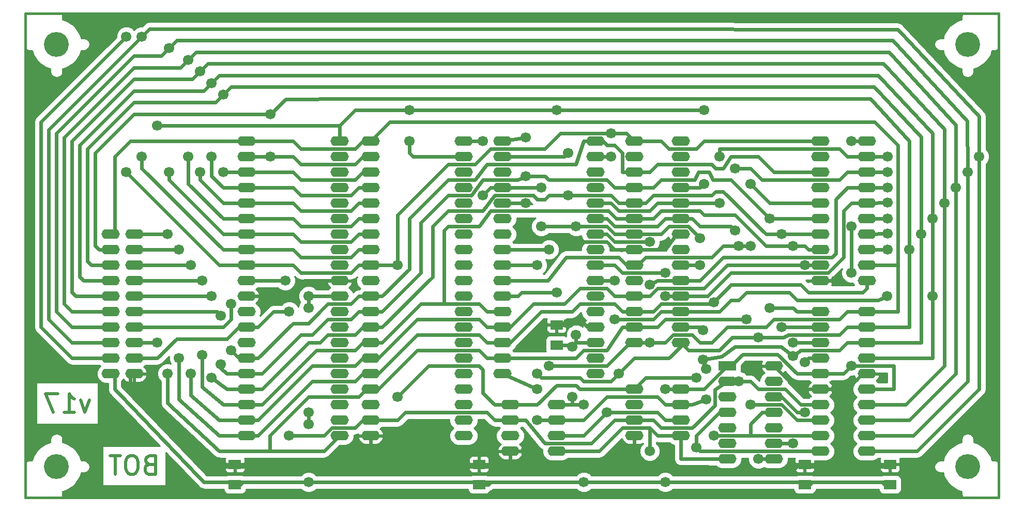
<source format=gbl>
G04 (created by PCBNEW-RS274X (2012-apr-16-27)-stable) date Ned 20 Lis 2013 22:46:23*
G01*
G70*
G90*
%MOIN*%
G04 Gerber Fmt 3.4, Leading zero omitted, Abs format*
%FSLAX34Y34*%
G04 APERTURE LIST*
%ADD10C,0.006000*%
%ADD11C,0.015000*%
%ADD12C,0.019700*%
%ADD13O,0.118100X0.063000*%
%ADD14O,0.118100X0.059100*%
%ADD15R,0.080000X0.060000*%
%ADD16R,0.118100X0.063000*%
%ADD17C,0.160000*%
%ADD18C,0.066900*%
%ADD19C,0.023600*%
%ADD20C,0.010000*%
G04 APERTURE END LIST*
G54D10*
G54D11*
X30000Y-24750D02*
X30000Y-56000D01*
X92750Y-24750D02*
X30000Y-24750D01*
X92750Y-56000D02*
X92750Y-24750D01*
X30000Y-56000D02*
X92750Y-56000D01*
G54D12*
X34106Y-49690D02*
X33825Y-50478D01*
X33544Y-49690D01*
X32475Y-50478D02*
X33150Y-50478D01*
X32813Y-50478D02*
X32813Y-49297D01*
X32925Y-49465D01*
X33038Y-49578D01*
X33150Y-49634D01*
X32081Y-49297D02*
X31294Y-49297D01*
X31800Y-50478D01*
X37984Y-53859D02*
X37815Y-53915D01*
X37759Y-53971D01*
X37703Y-54084D01*
X37703Y-54253D01*
X37759Y-54365D01*
X37815Y-54421D01*
X37928Y-54478D01*
X38378Y-54478D01*
X38378Y-53297D01*
X37984Y-53297D01*
X37872Y-53353D01*
X37815Y-53409D01*
X37759Y-53521D01*
X37759Y-53634D01*
X37815Y-53746D01*
X37872Y-53803D01*
X37984Y-53859D01*
X38378Y-53859D01*
X36972Y-53297D02*
X36747Y-53297D01*
X36634Y-53353D01*
X36522Y-53465D01*
X36466Y-53690D01*
X36466Y-54084D01*
X36522Y-54309D01*
X36634Y-54421D01*
X36747Y-54478D01*
X36972Y-54478D01*
X37084Y-54421D01*
X37197Y-54309D01*
X37253Y-54084D01*
X37253Y-53690D01*
X37197Y-53465D01*
X37084Y-53353D01*
X36972Y-53297D01*
X36129Y-53297D02*
X35454Y-53297D01*
X35791Y-54478D02*
X35791Y-53297D01*
G54D13*
X69250Y-34000D03*
X69250Y-35000D03*
X69250Y-36000D03*
X69250Y-37000D03*
X69250Y-38000D03*
X69250Y-39000D03*
X69250Y-40000D03*
X69250Y-41000D03*
X69250Y-42000D03*
X69250Y-43000D03*
X69250Y-44000D03*
X69250Y-45000D03*
X69250Y-46000D03*
X69250Y-33000D03*
X72250Y-46000D03*
X72250Y-45000D03*
X72250Y-44000D03*
X72250Y-43000D03*
X72250Y-42000D03*
X72250Y-41000D03*
X72250Y-40000D03*
X72250Y-39000D03*
X72250Y-38000D03*
X72250Y-37000D03*
X72250Y-36000D03*
X72250Y-35000D03*
X72250Y-34000D03*
X72250Y-33000D03*
X37006Y-48000D03*
X35494Y-48000D03*
X37006Y-47000D03*
X35494Y-47000D03*
X37006Y-46000D03*
X35494Y-46000D03*
X37006Y-45000D03*
X35494Y-45000D03*
X37006Y-44000D03*
X35494Y-44000D03*
X37006Y-43000D03*
X35494Y-43000D03*
X37006Y-42000D03*
X35494Y-42000D03*
X37006Y-41000D03*
X35494Y-41000D03*
X37006Y-40000D03*
X35494Y-40000D03*
X37006Y-39000D03*
X35494Y-39000D03*
X44250Y-33000D03*
X44250Y-34000D03*
X44250Y-35000D03*
X44250Y-36000D03*
X44250Y-37000D03*
X44250Y-38000D03*
X44250Y-39000D03*
X44250Y-40000D03*
X44250Y-41000D03*
X44250Y-42000D03*
X44250Y-43000D03*
X44250Y-44000D03*
X44250Y-45000D03*
X44250Y-46000D03*
X44250Y-47000D03*
X44250Y-48000D03*
X44250Y-49000D03*
X44250Y-50000D03*
X44250Y-51000D03*
X44250Y-52000D03*
X50250Y-52000D03*
X50250Y-51000D03*
X50250Y-50000D03*
X50250Y-49000D03*
X50250Y-48000D03*
X50250Y-47000D03*
X50250Y-46000D03*
X50250Y-45000D03*
X50250Y-44000D03*
X50250Y-43000D03*
X50250Y-42000D03*
X50250Y-41000D03*
X50250Y-40000D03*
X50250Y-39000D03*
X50250Y-38000D03*
X50250Y-37000D03*
X50250Y-36000D03*
X50250Y-35000D03*
X50250Y-34000D03*
X50250Y-33000D03*
X52250Y-33000D03*
X52250Y-34000D03*
X52250Y-35000D03*
X52250Y-36000D03*
X52250Y-37000D03*
X52250Y-38000D03*
X52250Y-39000D03*
X52250Y-40000D03*
X52250Y-41000D03*
X52250Y-42000D03*
X52250Y-43000D03*
X52250Y-44000D03*
X52250Y-45000D03*
X52250Y-46000D03*
X52250Y-47000D03*
X52250Y-48000D03*
X52250Y-49000D03*
X52250Y-50000D03*
X52250Y-51000D03*
X52250Y-52000D03*
X58250Y-52000D03*
X58250Y-51000D03*
X58250Y-50000D03*
X58250Y-49000D03*
X58250Y-48000D03*
X58250Y-47000D03*
X58250Y-46000D03*
X58250Y-45000D03*
X58250Y-44000D03*
X58250Y-43000D03*
X58250Y-42000D03*
X58250Y-41000D03*
X58250Y-40000D03*
X58250Y-39000D03*
X58250Y-38000D03*
X58250Y-37000D03*
X58250Y-36000D03*
X58250Y-35000D03*
X58250Y-34000D03*
X58250Y-33000D03*
X81250Y-33000D03*
X81250Y-34000D03*
X81250Y-35000D03*
X81250Y-36000D03*
X81250Y-37000D03*
X81250Y-38000D03*
X81250Y-39000D03*
X81250Y-40000D03*
X81250Y-41000D03*
X81250Y-42000D03*
X84250Y-42000D03*
X84250Y-41000D03*
X84250Y-40000D03*
X84250Y-39000D03*
X84250Y-38000D03*
X84250Y-37000D03*
X84250Y-36000D03*
X84250Y-35000D03*
X84250Y-34000D03*
X84250Y-33000D03*
X81250Y-44000D03*
X81250Y-45000D03*
X81250Y-46000D03*
X81250Y-47000D03*
X81250Y-48000D03*
X81250Y-49000D03*
X81250Y-50000D03*
X81250Y-51000D03*
X81250Y-52000D03*
X81250Y-53000D03*
X84250Y-53000D03*
X84250Y-52000D03*
X84250Y-51000D03*
X84250Y-50000D03*
X84250Y-49000D03*
X84250Y-48000D03*
X84250Y-47000D03*
X84250Y-46000D03*
X84250Y-45000D03*
X84250Y-44000D03*
X69250Y-49000D03*
X69250Y-50000D03*
X69250Y-51000D03*
X69250Y-52000D03*
X72250Y-52000D03*
X72250Y-51000D03*
X72250Y-50000D03*
X72250Y-49000D03*
X61250Y-50000D03*
X61250Y-51000D03*
X61250Y-52000D03*
X61250Y-53000D03*
X64250Y-53000D03*
X64250Y-52000D03*
X64250Y-51000D03*
X64250Y-50000D03*
X60750Y-33000D03*
X60750Y-34000D03*
X60750Y-35000D03*
X60750Y-36000D03*
X60750Y-37000D03*
X60750Y-38000D03*
X60750Y-39000D03*
X60750Y-40000D03*
X60750Y-41000D03*
X60750Y-42000D03*
X60750Y-43000D03*
X60750Y-44000D03*
X60750Y-45000D03*
X60750Y-46000D03*
X60750Y-47000D03*
X60750Y-48000D03*
X66750Y-48000D03*
X66750Y-47000D03*
X66750Y-46000D03*
X66750Y-45000D03*
X66750Y-44000D03*
G54D14*
X66750Y-43000D03*
G54D13*
X66750Y-42000D03*
X66750Y-41000D03*
X66750Y-40000D03*
X66750Y-39000D03*
X66750Y-38000D03*
X66750Y-37000D03*
G54D14*
X66750Y-36000D03*
G54D13*
X66750Y-35000D03*
X66750Y-34000D03*
X66750Y-33000D03*
G54D15*
X80250Y-55150D03*
X80250Y-53850D03*
X85750Y-55150D03*
X85750Y-53850D03*
X59250Y-55150D03*
X59250Y-53850D03*
X64250Y-46150D03*
X64250Y-44850D03*
X43500Y-55150D03*
X43500Y-53850D03*
G54D16*
X75250Y-47500D03*
G54D13*
X75250Y-48500D03*
X75250Y-49500D03*
X75250Y-50500D03*
X75250Y-51500D03*
X75250Y-52500D03*
X75250Y-53500D03*
X78250Y-53500D03*
X78250Y-52500D03*
X78250Y-51500D03*
X78250Y-50500D03*
X78250Y-49500D03*
X78250Y-48500D03*
X78250Y-47500D03*
G54D17*
X32000Y-26750D03*
X90750Y-26750D03*
X90750Y-54000D03*
X32000Y-54000D03*
G54D18*
X79500Y-46000D03*
X41400Y-46800D03*
X79500Y-39750D03*
X41400Y-42000D03*
X54750Y-31000D03*
X64250Y-42750D03*
X38500Y-46000D03*
X73750Y-31000D03*
X38500Y-32000D03*
X54750Y-33000D03*
X64250Y-31000D03*
X73750Y-35750D03*
X76000Y-48500D03*
X47000Y-52000D03*
X76750Y-35750D03*
X76750Y-39750D03*
X76000Y-39750D03*
X47000Y-44000D03*
X63750Y-40000D03*
X63750Y-47500D03*
X70250Y-53000D03*
X70250Y-46000D03*
X85600Y-40000D03*
X63000Y-41000D03*
X45800Y-31250D03*
X63000Y-48000D03*
X77250Y-53500D03*
X67500Y-50500D03*
X45800Y-34000D03*
X87000Y-40000D03*
X68250Y-48000D03*
X77250Y-45650D03*
X73900Y-47700D03*
X85600Y-38950D03*
X73700Y-45200D03*
X42750Y-30000D03*
X63000Y-51000D03*
X73900Y-49650D03*
X79500Y-46850D03*
X63000Y-49000D03*
X73700Y-47100D03*
X79500Y-52500D03*
X87750Y-39000D03*
X42750Y-35000D03*
X68000Y-42000D03*
X42000Y-29250D03*
X85550Y-43000D03*
X68000Y-44500D03*
X42000Y-34000D03*
X88500Y-43000D03*
X85600Y-38000D03*
X88500Y-38000D03*
X89250Y-37000D03*
X71250Y-41500D03*
X71250Y-43000D03*
X41250Y-35000D03*
X85600Y-36950D03*
X41250Y-28500D03*
X40500Y-34000D03*
X85600Y-36000D03*
X40500Y-27750D03*
X70250Y-39500D03*
X90000Y-36000D03*
X70250Y-42250D03*
X85600Y-35000D03*
X75750Y-34750D03*
X75750Y-38750D03*
X39250Y-35000D03*
X90750Y-35000D03*
X39250Y-27000D03*
X91500Y-34000D03*
X74750Y-37000D03*
X74750Y-34000D03*
X37500Y-34000D03*
X85600Y-34000D03*
X37500Y-26250D03*
X78000Y-38000D03*
X62250Y-35250D03*
X78000Y-43750D03*
X62250Y-32750D03*
X42600Y-47400D03*
X42600Y-44250D03*
X39150Y-39000D03*
X76500Y-44500D03*
X76750Y-50000D03*
X39150Y-48000D03*
X43250Y-46500D03*
X43250Y-43500D03*
X73250Y-48250D03*
X54000Y-41000D03*
X36500Y-35000D03*
X67750Y-32500D03*
X36500Y-26250D03*
X54000Y-49500D03*
X73250Y-52750D03*
X67750Y-34000D03*
X65500Y-45500D03*
X71250Y-55000D03*
X83250Y-33000D03*
X83250Y-38500D03*
X65250Y-46250D03*
X73500Y-41000D03*
X59500Y-36500D03*
X63250Y-36000D03*
X63250Y-38500D03*
X65500Y-38500D03*
X66000Y-55000D03*
X48250Y-51250D03*
X65250Y-49500D03*
X48250Y-43750D03*
X48250Y-55000D03*
X48250Y-50500D03*
X66000Y-50000D03*
X73500Y-39250D03*
X48250Y-43000D03*
X46750Y-42000D03*
X83250Y-41500D03*
X71250Y-49000D03*
X83250Y-47500D03*
X59500Y-33000D03*
X42000Y-43000D03*
X78750Y-39000D03*
X65000Y-36500D03*
X78750Y-45000D03*
X42000Y-48250D03*
X65000Y-33750D03*
X40650Y-48000D03*
X80250Y-50500D03*
X80250Y-41000D03*
X80250Y-47250D03*
X40650Y-41000D03*
X39900Y-40000D03*
X74400Y-52000D03*
X39900Y-47000D03*
X74400Y-43400D03*
X82250Y-42000D03*
X62250Y-39000D03*
X82250Y-49000D03*
X65000Y-44750D03*
X46000Y-54000D03*
X65000Y-39500D03*
X46000Y-43000D03*
X62250Y-37000D03*
X62250Y-53000D03*
X62250Y-38250D03*
G54D19*
X52250Y-46000D02*
X53000Y-46000D01*
X79500Y-46000D02*
X79500Y-46000D01*
X57000Y-41750D02*
X57000Y-43500D01*
X60000Y-37500D02*
X61250Y-37500D01*
X57000Y-41750D02*
X57000Y-38750D01*
X51750Y-46000D02*
X52250Y-46000D01*
X41400Y-46800D02*
X41379Y-48876D01*
X59250Y-38500D02*
X60000Y-37500D01*
X81250Y-46000D02*
X79500Y-46000D01*
X52250Y-46000D02*
X52750Y-46000D01*
X80250Y-39750D02*
X80500Y-40000D01*
X57000Y-43500D02*
X59250Y-43500D01*
X61750Y-37500D02*
X62250Y-37500D01*
X69250Y-38000D02*
X68100Y-38000D01*
X55500Y-43500D02*
X57000Y-43500D01*
X44250Y-50000D02*
X45250Y-50000D01*
X57000Y-38750D02*
X57250Y-38500D01*
X51250Y-46500D02*
X51750Y-46000D01*
X70500Y-38000D02*
X71000Y-37500D01*
X71000Y-37500D02*
X73500Y-37500D01*
X67600Y-37500D02*
X68100Y-38000D01*
X36750Y-42000D02*
X41400Y-42000D01*
X53000Y-46000D02*
X55500Y-43500D01*
X69250Y-38000D02*
X70500Y-38000D01*
X79500Y-39750D02*
X80250Y-39750D01*
X48750Y-46500D02*
X51250Y-46500D01*
X73750Y-37750D02*
X75750Y-37750D01*
X59750Y-44000D02*
X60750Y-44000D01*
X41379Y-48876D02*
X42750Y-50000D01*
X80500Y-40000D02*
X81250Y-40000D01*
X62250Y-37500D02*
X67600Y-37500D01*
X45250Y-50000D02*
X48750Y-46500D01*
X57250Y-38500D02*
X59250Y-38500D01*
X75750Y-37750D02*
X77750Y-39750D01*
X73500Y-37500D02*
X73750Y-37750D01*
X61250Y-37500D02*
X61750Y-37500D01*
X77750Y-39750D02*
X79500Y-39750D01*
X59250Y-43500D02*
X59750Y-44000D01*
X42750Y-50000D02*
X44250Y-50000D01*
X50250Y-32000D02*
X50250Y-33000D01*
X38500Y-46000D02*
X36750Y-46000D01*
X60750Y-43000D02*
X61750Y-43000D01*
X54750Y-33750D02*
X55000Y-34000D01*
X61750Y-43000D02*
X62000Y-42750D01*
X73750Y-31000D02*
X64250Y-31000D01*
X72250Y-36000D02*
X73500Y-36000D01*
X54750Y-31000D02*
X64250Y-31000D01*
X50250Y-32000D02*
X50000Y-32000D01*
X57750Y-34000D02*
X58250Y-34000D01*
X50250Y-32000D02*
X51250Y-31000D01*
X73500Y-36000D02*
X73750Y-35750D01*
X51250Y-31000D02*
X54750Y-31000D01*
X55000Y-34000D02*
X58250Y-34000D01*
X38500Y-32000D02*
X50000Y-32000D01*
X54750Y-33000D02*
X54750Y-33750D01*
X62000Y-42750D02*
X64250Y-42750D01*
X43750Y-45000D02*
X44250Y-45000D01*
X66500Y-52500D02*
X68000Y-51000D01*
X49250Y-52000D02*
X49750Y-51500D01*
X70000Y-40500D02*
X74250Y-40500D01*
X76750Y-48500D02*
X77250Y-49000D01*
X75250Y-48500D02*
X74450Y-49033D01*
X74250Y-40500D02*
X75000Y-39750D01*
X64845Y-40478D02*
X68250Y-40500D01*
X69250Y-41000D02*
X69500Y-41000D01*
X77250Y-49000D02*
X79000Y-49000D01*
X51250Y-51500D02*
X51750Y-51000D01*
X74450Y-49033D02*
X74450Y-50050D01*
X36750Y-47000D02*
X38500Y-47000D01*
X52250Y-51000D02*
X54000Y-51000D01*
X80000Y-50000D02*
X81250Y-50000D01*
X79000Y-49000D02*
X80000Y-50000D01*
X69500Y-41000D02*
X70000Y-40500D01*
X70500Y-51000D02*
X71000Y-51500D01*
X61250Y-51000D02*
X62250Y-51000D01*
X44250Y-45000D02*
X45000Y-45000D01*
X51750Y-51000D02*
X52250Y-51000D01*
X54500Y-50500D02*
X59750Y-50500D01*
X76000Y-48500D02*
X76750Y-48500D01*
X68250Y-40500D02*
X68750Y-41000D01*
X76750Y-35750D02*
X78000Y-37000D01*
X78000Y-37000D02*
X81250Y-37000D01*
X60250Y-51000D02*
X61250Y-51000D01*
X76000Y-39750D02*
X76750Y-39750D01*
X38500Y-47000D02*
X39750Y-45750D01*
X39750Y-45750D02*
X43000Y-45750D01*
X68750Y-41000D02*
X69250Y-41000D01*
X45000Y-45000D02*
X46000Y-44000D01*
X49750Y-51500D02*
X51250Y-51500D01*
X74450Y-50050D02*
X73000Y-51500D01*
X71000Y-51500D02*
X73000Y-51500D01*
X43000Y-45750D02*
X43750Y-45000D01*
X75000Y-39750D02*
X76000Y-39750D01*
X47000Y-52000D02*
X49250Y-52000D01*
X46000Y-44000D02*
X47000Y-44000D01*
X68000Y-51000D02*
X69250Y-51000D01*
X70500Y-51000D02*
X69250Y-51000D01*
X75250Y-48500D02*
X76000Y-48500D01*
X62250Y-51000D02*
X63500Y-52500D01*
X63672Y-42000D02*
X64845Y-40478D01*
X59750Y-50500D02*
X59750Y-50500D01*
X54000Y-51000D02*
X54500Y-50500D01*
X59750Y-50500D02*
X59750Y-50500D01*
X60750Y-42000D02*
X63672Y-42000D01*
X63500Y-52500D02*
X66500Y-52500D01*
X59750Y-50500D02*
X60250Y-51000D01*
X86250Y-41000D02*
X84250Y-41000D01*
X60750Y-40000D02*
X63750Y-40000D01*
X67000Y-53000D02*
X64250Y-53000D01*
X74250Y-46000D02*
X73500Y-46000D01*
X72250Y-52000D02*
X70750Y-52000D01*
X36750Y-33000D02*
X44250Y-33000D01*
X70250Y-51500D02*
X70750Y-52000D01*
X86250Y-41000D02*
X86250Y-44000D01*
X51250Y-33500D02*
X51750Y-33000D01*
X47250Y-33000D02*
X47750Y-33500D01*
X53500Y-31750D02*
X84750Y-31750D01*
X35750Y-39000D02*
X35750Y-34000D01*
X35750Y-34000D02*
X36750Y-33000D01*
X71250Y-46000D02*
X70250Y-46000D01*
X69250Y-46000D02*
X70250Y-46000D01*
X84250Y-44000D02*
X83000Y-44000D01*
X77750Y-45000D02*
X75250Y-45000D01*
X82500Y-44500D02*
X78250Y-44500D01*
X84750Y-31750D02*
X86250Y-33250D01*
X73500Y-46000D02*
X73000Y-45500D01*
X70250Y-51500D02*
X68500Y-51500D01*
X86250Y-44000D02*
X84250Y-44000D01*
X69000Y-46000D02*
X69250Y-46000D01*
X70250Y-53000D02*
X70250Y-51500D01*
X44250Y-33000D02*
X47250Y-33000D01*
X83000Y-44000D02*
X82500Y-44500D01*
X51750Y-33000D02*
X52250Y-33000D01*
X78250Y-44500D02*
X77750Y-45000D01*
X75250Y-45000D02*
X74250Y-46000D01*
X73000Y-45500D02*
X71750Y-45500D01*
X86250Y-33250D02*
X86250Y-41000D01*
X47750Y-33500D02*
X51250Y-33500D01*
X63750Y-47500D02*
X67500Y-47500D01*
X52250Y-33000D02*
X53500Y-31750D01*
X71750Y-45500D02*
X71250Y-46000D01*
X72250Y-52000D02*
X72250Y-53500D01*
X67500Y-47500D02*
X69000Y-46000D01*
X68500Y-51500D02*
X67000Y-53000D01*
X72250Y-53500D02*
X75250Y-53500D01*
X70750Y-50500D02*
X71250Y-51000D01*
X37000Y-31250D02*
X45750Y-31250D01*
X34500Y-39750D02*
X34750Y-40000D01*
X35750Y-40000D02*
X34750Y-40000D01*
X45750Y-31250D02*
X45800Y-31250D01*
X34500Y-33750D02*
X34500Y-39750D01*
X44250Y-34000D02*
X45800Y-34000D01*
X63000Y-41000D02*
X60750Y-41000D01*
X65750Y-48250D02*
X63250Y-48250D01*
X47750Y-34500D02*
X51250Y-34500D01*
X71250Y-51000D02*
X72250Y-51000D01*
X45800Y-34000D02*
X47250Y-34000D01*
X75550Y-45650D02*
X77250Y-45650D01*
X74750Y-46500D02*
X75550Y-45650D01*
X67750Y-48500D02*
X66000Y-48500D01*
X47250Y-34000D02*
X47750Y-34500D01*
X63250Y-48250D02*
X63000Y-48000D01*
X34500Y-33750D02*
X37000Y-31250D01*
X68250Y-48000D02*
X69250Y-47000D01*
X46800Y-30300D02*
X45800Y-31250D01*
X87000Y-40000D02*
X87000Y-32979D01*
X67500Y-50500D02*
X66000Y-52000D01*
X67500Y-50500D02*
X70750Y-50500D01*
X69250Y-47000D02*
X71500Y-47000D01*
X72750Y-46500D02*
X74750Y-46500D01*
X87000Y-32979D02*
X84481Y-30250D01*
X51750Y-34000D02*
X52250Y-34000D01*
X66000Y-48500D02*
X65750Y-48250D01*
X82500Y-45500D02*
X79200Y-45500D01*
X71500Y-47000D02*
X72250Y-46250D01*
X78900Y-45650D02*
X79200Y-45500D01*
X77250Y-45650D02*
X78900Y-45650D01*
X87000Y-45000D02*
X84250Y-45000D01*
X84250Y-40000D02*
X85600Y-40000D01*
X67500Y-50500D02*
X67500Y-50500D01*
X72250Y-46000D02*
X72750Y-46500D01*
X66000Y-52000D02*
X64250Y-52000D01*
X83000Y-45000D02*
X82500Y-45500D01*
X83000Y-45000D02*
X84250Y-45000D01*
X78250Y-53500D02*
X77250Y-53500D01*
X72250Y-46250D02*
X72250Y-46000D01*
X87000Y-40000D02*
X87000Y-45000D01*
X51000Y-30250D02*
X46800Y-30300D01*
X68250Y-48000D02*
X67750Y-48500D01*
X51250Y-34500D02*
X51750Y-34000D01*
X84481Y-30250D02*
X51000Y-30250D01*
X34250Y-41000D02*
X34000Y-40750D01*
X84250Y-46000D02*
X83000Y-46000D01*
X42750Y-35000D02*
X44250Y-35000D01*
X82500Y-46500D02*
X83000Y-46000D01*
X70750Y-49500D02*
X67500Y-49500D01*
X66000Y-51000D02*
X64250Y-51000D01*
X75750Y-46250D02*
X74900Y-46900D01*
X34000Y-40750D02*
X34000Y-33500D01*
X78704Y-46244D02*
X75750Y-46250D01*
X47250Y-35000D02*
X47750Y-35500D01*
X63000Y-49000D02*
X60750Y-48000D01*
X51250Y-35500D02*
X51750Y-35000D01*
X67500Y-49500D02*
X66000Y-51000D01*
X72250Y-50000D02*
X71250Y-50000D01*
X42250Y-30500D02*
X42750Y-30000D01*
X73000Y-50000D02*
X72250Y-50000D01*
X79500Y-46850D02*
X80000Y-46500D01*
X37000Y-30500D02*
X42250Y-30500D01*
X47750Y-35500D02*
X51250Y-35500D01*
X79500Y-46850D02*
X78704Y-46244D01*
X47250Y-35000D02*
X44250Y-35000D01*
X73900Y-49650D02*
X73000Y-50000D01*
X52250Y-35000D02*
X51750Y-35000D01*
X71250Y-50000D02*
X70750Y-49500D01*
X43250Y-29500D02*
X43750Y-29500D01*
X87750Y-32733D02*
X87750Y-39000D01*
X84250Y-39000D02*
X85600Y-38950D01*
X84733Y-29500D02*
X87750Y-32733D01*
X79500Y-52500D02*
X78250Y-52500D01*
X73700Y-47100D02*
X73900Y-47700D01*
X43750Y-29500D02*
X84733Y-29500D01*
X35750Y-41000D02*
X34250Y-41000D01*
X74900Y-46900D02*
X73700Y-47100D01*
X42750Y-30000D02*
X43250Y-29500D01*
X34000Y-33500D02*
X37000Y-30500D01*
X73500Y-45000D02*
X73700Y-45200D01*
X87750Y-46000D02*
X84250Y-46000D01*
X87750Y-39000D02*
X87750Y-46000D01*
X64250Y-51000D02*
X63000Y-51000D01*
X72250Y-45000D02*
X73500Y-45000D01*
X80000Y-46500D02*
X82500Y-46500D01*
X85550Y-43000D02*
X85000Y-43250D01*
X85000Y-43250D02*
X79750Y-43250D01*
X42000Y-35250D02*
X42750Y-36000D01*
X88500Y-32500D02*
X88500Y-38000D01*
X42000Y-29250D02*
X42500Y-28750D01*
X74750Y-44000D02*
X72250Y-44000D01*
X42500Y-28750D02*
X51500Y-28750D01*
X66750Y-42000D02*
X68000Y-42000D01*
X75500Y-43250D02*
X74750Y-44000D01*
X42750Y-36000D02*
X44250Y-36000D01*
X47250Y-36000D02*
X47750Y-36500D01*
X35750Y-42000D02*
X33750Y-42000D01*
X84984Y-28750D02*
X88500Y-32500D01*
X37000Y-29750D02*
X41500Y-29750D01*
X33750Y-42000D02*
X33500Y-41750D01*
X88500Y-43000D02*
X88500Y-47000D01*
X70500Y-44500D02*
X71000Y-44000D01*
X33500Y-33250D02*
X37000Y-29750D01*
X76000Y-43250D02*
X75500Y-43250D01*
X71000Y-44000D02*
X72250Y-44000D01*
X79250Y-42750D02*
X76500Y-42750D01*
X79750Y-43250D02*
X79250Y-42750D01*
X76500Y-42750D02*
X76000Y-43250D01*
X33500Y-41750D02*
X33500Y-33250D01*
X88500Y-38000D02*
X88500Y-43000D01*
X88500Y-47000D02*
X84250Y-47000D01*
X42000Y-34000D02*
X42000Y-35250D01*
X51500Y-28750D02*
X84984Y-28750D01*
X47750Y-36500D02*
X51000Y-36500D01*
X44250Y-36000D02*
X47250Y-36000D01*
X68000Y-44500D02*
X70500Y-44500D01*
X51000Y-36500D02*
X51500Y-36000D01*
X51500Y-36000D02*
X52250Y-36000D01*
X85600Y-38000D02*
X84250Y-38000D01*
X41500Y-29750D02*
X42000Y-29250D01*
X89250Y-47500D02*
X89250Y-37000D01*
X71250Y-43000D02*
X72250Y-43000D01*
X83250Y-37000D02*
X82750Y-37500D01*
X85600Y-36950D02*
X84250Y-37000D01*
X47750Y-37500D02*
X51000Y-37500D01*
X51000Y-37500D02*
X51500Y-37000D01*
X51500Y-37000D02*
X52250Y-37000D01*
X41750Y-28000D02*
X44000Y-28000D01*
X68500Y-41500D02*
X71250Y-41500D01*
X66750Y-41000D02*
X68000Y-41000D01*
X44000Y-28000D02*
X85330Y-28000D01*
X89250Y-32230D02*
X89250Y-37000D01*
X35750Y-43000D02*
X33250Y-43000D01*
X81750Y-41500D02*
X75500Y-41500D01*
X41250Y-35500D02*
X42750Y-37000D01*
X85330Y-28000D02*
X89250Y-32230D01*
X89250Y-47500D02*
X86750Y-50000D01*
X84250Y-50000D02*
X86750Y-50000D01*
X42750Y-37000D02*
X44250Y-37000D01*
X82750Y-37500D02*
X82750Y-40500D01*
X74000Y-43000D02*
X72250Y-43000D01*
X47250Y-37000D02*
X47750Y-37500D01*
X68000Y-41000D02*
X68500Y-41500D01*
X33000Y-42750D02*
X33000Y-33000D01*
X37000Y-29000D02*
X40750Y-29000D01*
X84250Y-37000D02*
X83250Y-37000D01*
X41250Y-28500D02*
X41750Y-28000D01*
X33250Y-43000D02*
X33000Y-42750D01*
X75500Y-41500D02*
X74000Y-43000D01*
X44250Y-37000D02*
X47250Y-37000D01*
X40750Y-29000D02*
X41250Y-28500D01*
X82750Y-40500D02*
X81750Y-41500D01*
X41250Y-35000D02*
X41250Y-35500D01*
X33000Y-33000D02*
X37000Y-29000D01*
X32500Y-32750D02*
X37000Y-28250D01*
X51500Y-38000D02*
X51000Y-38500D01*
X73500Y-42000D02*
X75000Y-40500D01*
X72250Y-42000D02*
X73500Y-42000D01*
X63500Y-27250D02*
X85680Y-27250D01*
X82250Y-40250D02*
X82250Y-36750D01*
X68000Y-39500D02*
X67500Y-39000D01*
X47750Y-38500D02*
X47250Y-38000D01*
X40500Y-35750D02*
X42750Y-38000D01*
X85680Y-27250D02*
X90000Y-31945D01*
X33000Y-44000D02*
X32500Y-43500D01*
X90000Y-48000D02*
X87000Y-51000D01*
X85600Y-36000D02*
X84250Y-36000D01*
X52250Y-38000D02*
X51500Y-38000D01*
X51000Y-38500D02*
X47750Y-38500D01*
X40500Y-34000D02*
X40500Y-35750D01*
X37000Y-28250D02*
X40000Y-28250D01*
X47250Y-38000D02*
X44250Y-38000D01*
X70250Y-39500D02*
X68000Y-39500D01*
X87000Y-51000D02*
X84250Y-51000D01*
X90000Y-36000D02*
X90000Y-48000D01*
X82250Y-36750D02*
X83000Y-36000D01*
X75000Y-40500D02*
X82000Y-40500D01*
X83000Y-36000D02*
X84250Y-36000D01*
X67500Y-39000D02*
X66750Y-39000D01*
X32500Y-43500D02*
X32500Y-32750D01*
X35750Y-44000D02*
X33000Y-44000D01*
X72250Y-42000D02*
X70750Y-42000D01*
X70750Y-42000D02*
X70250Y-42250D01*
X41000Y-27250D02*
X63500Y-27250D01*
X40000Y-28250D02*
X40500Y-27750D01*
X40500Y-27750D02*
X41000Y-27250D01*
X82000Y-40500D02*
X82250Y-40250D01*
X42750Y-38000D02*
X44250Y-38000D01*
X90000Y-31945D02*
X90000Y-36000D01*
X83000Y-35000D02*
X82500Y-35500D01*
X75750Y-38750D02*
X75750Y-38750D01*
X35750Y-45000D02*
X33000Y-45000D01*
X87250Y-52000D02*
X84250Y-52000D01*
X85934Y-26500D02*
X90721Y-31692D01*
X37000Y-27500D02*
X38750Y-27500D01*
X32000Y-32500D02*
X37000Y-27500D01*
X71250Y-38000D02*
X72250Y-38000D01*
X32000Y-44000D02*
X32000Y-32500D01*
X66750Y-38000D02*
X67500Y-38000D01*
X57250Y-26500D02*
X85934Y-26500D01*
X39250Y-35000D02*
X39250Y-35500D01*
X90750Y-35000D02*
X90750Y-48500D01*
X38750Y-27500D02*
X39250Y-27000D01*
X84250Y-35000D02*
X85600Y-35000D01*
X47250Y-39000D02*
X47750Y-39500D01*
X47750Y-39500D02*
X51000Y-39500D01*
X90750Y-48500D02*
X87250Y-52000D01*
X51500Y-39000D02*
X52250Y-39000D01*
X68000Y-38500D02*
X70750Y-38500D01*
X39750Y-26500D02*
X39250Y-27000D01*
X72250Y-38000D02*
X73000Y-38000D01*
X39250Y-35500D02*
X42750Y-39000D01*
X51000Y-39500D02*
X51500Y-39000D01*
X77500Y-35500D02*
X76750Y-34750D01*
X75500Y-38500D02*
X75750Y-38750D01*
X73500Y-38500D02*
X73000Y-38000D01*
X76750Y-34750D02*
X75750Y-34750D01*
X84250Y-35000D02*
X83000Y-35000D01*
X82500Y-35500D02*
X77500Y-35500D01*
X44250Y-39000D02*
X47250Y-39000D01*
X67500Y-38000D02*
X68000Y-38500D01*
X70750Y-38500D02*
X71250Y-38000D01*
X39750Y-26500D02*
X57250Y-26500D01*
X73500Y-38500D02*
X75500Y-38500D01*
X42750Y-39000D02*
X44250Y-39000D01*
X33000Y-45000D02*
X32000Y-44000D01*
X90721Y-31692D02*
X90750Y-35000D01*
X87500Y-53000D02*
X91500Y-49000D01*
X91500Y-31400D02*
X91500Y-34000D01*
X42750Y-40000D02*
X44250Y-40000D01*
X70750Y-37000D02*
X72250Y-37000D01*
X44250Y-40000D02*
X47250Y-40000D01*
X67750Y-37000D02*
X68250Y-37500D01*
X33000Y-46000D02*
X31500Y-44500D01*
X91500Y-49000D02*
X91500Y-34000D01*
X84250Y-53000D02*
X87500Y-53000D01*
X33000Y-46000D02*
X35750Y-46000D01*
X66750Y-37000D02*
X67750Y-37000D01*
X74750Y-33500D02*
X74750Y-34000D01*
X38000Y-25750D02*
X65250Y-25750D01*
X84250Y-34000D02*
X85600Y-34000D01*
X51000Y-40500D02*
X51500Y-40000D01*
X84250Y-34000D02*
X83000Y-34000D01*
X68250Y-37500D02*
X70250Y-37500D01*
X86250Y-25800D02*
X91500Y-31400D01*
X82500Y-33500D02*
X74750Y-33500D01*
X37500Y-34000D02*
X37500Y-34750D01*
X38000Y-25750D02*
X37500Y-26250D01*
X51500Y-40000D02*
X52250Y-40000D01*
X37500Y-34750D02*
X42750Y-40000D01*
X83000Y-34000D02*
X82500Y-33500D01*
X70250Y-37500D02*
X70750Y-37000D01*
X74750Y-37000D02*
X72250Y-37000D01*
X37500Y-26250D02*
X31500Y-32250D01*
X31500Y-44500D02*
X31500Y-32250D01*
X47250Y-40000D02*
X47750Y-40500D01*
X47750Y-40500D02*
X51000Y-40500D01*
X65250Y-25750D02*
X86250Y-25800D01*
X59500Y-35500D02*
X61250Y-35500D01*
X79500Y-43750D02*
X79750Y-44000D01*
X53000Y-44000D02*
X55500Y-41500D01*
X51000Y-44500D02*
X51500Y-44000D01*
X44250Y-48000D02*
X45250Y-48000D01*
X57250Y-36500D02*
X58750Y-36500D01*
X52250Y-44000D02*
X53000Y-44000D01*
X61750Y-35500D02*
X62250Y-35250D01*
X71000Y-35500D02*
X73150Y-35500D01*
X62250Y-35250D02*
X62250Y-35250D01*
X60750Y-33000D02*
X62250Y-32750D01*
X68000Y-36000D02*
X68250Y-36000D01*
X69250Y-36000D02*
X70500Y-36000D01*
X61250Y-35500D02*
X61750Y-35500D01*
X48500Y-45500D02*
X49500Y-44500D01*
X78000Y-43750D02*
X79500Y-43750D01*
X55500Y-38250D02*
X57250Y-36500D01*
X73400Y-35000D02*
X74075Y-35000D01*
X45250Y-48000D02*
X47750Y-45500D01*
X78000Y-38000D02*
X81250Y-38000D01*
X74075Y-35000D02*
X74325Y-35500D01*
X58750Y-36500D02*
X59500Y-35500D01*
X78000Y-38000D02*
X78000Y-38000D01*
X62250Y-35250D02*
X62750Y-35250D01*
X42600Y-47400D02*
X42600Y-47650D01*
X43000Y-48000D02*
X44250Y-48000D01*
X67500Y-35500D02*
X68000Y-36000D01*
X73150Y-35500D02*
X73400Y-35000D01*
X36750Y-44000D02*
X42350Y-44000D01*
X47750Y-45500D02*
X48500Y-45500D01*
X49500Y-44500D02*
X51000Y-44500D01*
X63500Y-35250D02*
X63750Y-35500D01*
X63750Y-35500D02*
X67500Y-35500D01*
X55500Y-41500D02*
X55500Y-38250D01*
X63000Y-35250D02*
X63500Y-35250D01*
X81250Y-44000D02*
X79750Y-44000D01*
X74325Y-35500D02*
X75500Y-35500D01*
X68250Y-36000D02*
X69250Y-36000D01*
X75500Y-35500D02*
X78000Y-38000D01*
X42350Y-44000D02*
X42600Y-44250D01*
X42600Y-47650D02*
X43000Y-48000D01*
X70500Y-36000D02*
X71000Y-35500D01*
X62750Y-35250D02*
X63000Y-35250D01*
X51500Y-44000D02*
X52250Y-44000D01*
X62000Y-47000D02*
X60750Y-47000D01*
X63250Y-47000D02*
X65500Y-47000D01*
X52750Y-49000D02*
X55250Y-46500D01*
X39150Y-49900D02*
X42500Y-53000D01*
X45750Y-53000D02*
X42500Y-53000D01*
X59250Y-46500D02*
X59750Y-47000D01*
X39150Y-48000D02*
X39150Y-49900D01*
X65500Y-47000D02*
X66000Y-46500D01*
X52750Y-49000D02*
X52250Y-49000D01*
X51500Y-49500D02*
X52000Y-49000D01*
X45750Y-53000D02*
X49250Y-53000D01*
X45750Y-53000D02*
X45750Y-52000D01*
X55250Y-46500D02*
X59250Y-46500D01*
X39150Y-39000D02*
X36750Y-39000D01*
X45750Y-52000D02*
X48250Y-49500D01*
X52000Y-49000D02*
X52250Y-49000D01*
X62000Y-47000D02*
X63250Y-47000D01*
X69250Y-45000D02*
X68500Y-45000D01*
X71250Y-44500D02*
X75750Y-44500D01*
X75750Y-44500D02*
X76500Y-44500D01*
X70750Y-45000D02*
X71250Y-44500D01*
X79800Y-51000D02*
X79750Y-51000D01*
X49250Y-53000D02*
X50250Y-52000D01*
X78750Y-50000D02*
X76750Y-50000D01*
X79750Y-51000D02*
X78750Y-50000D01*
X79800Y-51000D02*
X81250Y-51000D01*
X48250Y-49500D02*
X51500Y-49500D01*
X69250Y-45000D02*
X70750Y-45000D01*
X67500Y-46500D02*
X68500Y-45000D01*
X60750Y-47000D02*
X59750Y-47000D01*
X66000Y-46500D02*
X67500Y-46500D01*
X68500Y-35000D02*
X69250Y-35000D01*
X78250Y-35000D02*
X81250Y-35000D01*
X54750Y-38000D02*
X57250Y-35500D01*
X65500Y-34500D02*
X66000Y-33000D01*
X42750Y-45000D02*
X43250Y-44500D01*
X69250Y-35000D02*
X70250Y-35000D01*
X42750Y-45000D02*
X36750Y-45000D01*
X44250Y-47000D02*
X45000Y-47000D01*
X43750Y-47000D02*
X43250Y-46500D01*
X74500Y-34750D02*
X75000Y-34750D01*
X75500Y-34000D02*
X77250Y-34000D01*
X44250Y-47000D02*
X43750Y-47000D01*
X45000Y-47000D02*
X47250Y-44750D01*
X67500Y-33250D02*
X68000Y-33250D01*
X51500Y-43000D02*
X52250Y-43000D01*
X53000Y-43000D02*
X54750Y-41250D01*
X57250Y-35500D02*
X59000Y-35500D01*
X66000Y-33000D02*
X66750Y-33000D01*
X49000Y-44000D02*
X49500Y-43500D01*
X59000Y-35500D02*
X59750Y-34500D01*
X75000Y-34750D02*
X75500Y-34000D01*
X77250Y-34000D02*
X78250Y-35000D01*
X51000Y-43500D02*
X51500Y-43000D01*
X74250Y-34500D02*
X74500Y-34750D01*
X70750Y-34500D02*
X74250Y-34500D01*
X61250Y-34500D02*
X65500Y-34500D01*
X68000Y-33250D02*
X68500Y-33750D01*
X68500Y-33750D02*
X68500Y-35000D01*
X47250Y-44750D02*
X48250Y-44750D01*
X59750Y-34500D02*
X61250Y-34500D01*
X70250Y-35000D02*
X70750Y-34500D01*
X54750Y-41250D02*
X54750Y-38000D01*
X49500Y-43500D02*
X51000Y-43500D01*
X43250Y-44500D02*
X43250Y-43500D01*
X48250Y-44750D02*
X49000Y-44000D01*
X66750Y-33000D02*
X67250Y-33000D01*
X67250Y-33000D02*
X67500Y-33250D01*
X52250Y-43000D02*
X53000Y-43000D01*
X67750Y-32500D02*
X64500Y-32500D01*
X63000Y-50000D02*
X64250Y-48750D01*
X51000Y-41500D02*
X51500Y-41000D01*
X52250Y-41000D02*
X54000Y-41000D01*
X73250Y-52750D02*
X73500Y-53000D01*
X64250Y-48750D02*
X65500Y-48750D01*
X47750Y-41500D02*
X51000Y-41500D01*
X65500Y-48750D02*
X65750Y-49000D01*
X65750Y-49000D02*
X69250Y-49000D01*
X73250Y-48250D02*
X70000Y-48250D01*
X61250Y-50000D02*
X60750Y-50000D01*
X54000Y-49500D02*
X56000Y-47500D01*
X60000Y-33500D02*
X63500Y-33500D01*
X68500Y-32500D02*
X68750Y-32500D01*
X68750Y-32500D02*
X69250Y-33000D01*
X47250Y-41000D02*
X47750Y-41500D01*
X66750Y-34000D02*
X67750Y-34000D01*
X44250Y-41000D02*
X42500Y-41000D01*
X71500Y-33500D02*
X73250Y-33500D01*
X59000Y-34500D02*
X60000Y-33500D01*
X57250Y-34500D02*
X59000Y-34500D01*
X60250Y-50000D02*
X61250Y-50000D01*
X74750Y-50500D02*
X75250Y-50500D01*
X70000Y-48250D02*
X69250Y-49000D01*
X59500Y-47750D02*
X59500Y-49250D01*
X73500Y-53000D02*
X81250Y-53000D01*
X56000Y-47500D02*
X59250Y-47500D01*
X69250Y-33000D02*
X71000Y-33000D01*
X73250Y-52000D02*
X74750Y-50500D01*
X63500Y-33500D02*
X64500Y-32500D01*
X61250Y-50000D02*
X63000Y-50000D01*
X36500Y-35000D02*
X37750Y-36250D01*
X71000Y-33000D02*
X71500Y-33500D01*
X31000Y-31750D02*
X36500Y-26250D01*
X59500Y-49250D02*
X60250Y-50000D01*
X33000Y-47000D02*
X31000Y-45000D01*
X51500Y-41000D02*
X52250Y-41000D01*
X73750Y-33000D02*
X81250Y-33000D01*
X31000Y-45000D02*
X31000Y-31750D01*
X54000Y-37750D02*
X54000Y-41000D01*
X33000Y-47000D02*
X35750Y-47000D01*
X67750Y-32500D02*
X68500Y-32500D01*
X59250Y-47500D02*
X59500Y-47750D01*
X44250Y-41000D02*
X47250Y-41000D01*
X54000Y-37750D02*
X57250Y-34500D01*
X37750Y-36250D02*
X42500Y-41000D01*
X73250Y-33500D02*
X73750Y-33000D01*
X73250Y-52750D02*
X73250Y-52000D01*
X43850Y-55150D02*
X44000Y-55000D01*
X86000Y-47500D02*
X86000Y-49000D01*
X73500Y-41000D02*
X72250Y-41000D01*
X64250Y-50000D02*
X65250Y-50000D01*
X43500Y-55150D02*
X43850Y-55150D01*
X65500Y-46000D02*
X65250Y-46250D01*
X85400Y-55150D02*
X85250Y-55000D01*
X44500Y-55000D02*
X45000Y-55000D01*
X44000Y-55000D02*
X41500Y-55000D01*
X69250Y-39000D02*
X71000Y-39000D01*
X60750Y-55000D02*
X63250Y-55000D01*
X64250Y-46150D02*
X65150Y-46150D01*
X85750Y-55150D02*
X85400Y-55150D01*
X48250Y-51250D02*
X48250Y-50500D01*
X63250Y-38500D02*
X65500Y-38500D01*
X79750Y-48000D02*
X81250Y-48000D01*
X80750Y-55000D02*
X85250Y-55000D01*
X58250Y-33000D02*
X59500Y-33000D01*
X63250Y-36000D02*
X60750Y-36000D01*
X67500Y-38500D02*
X68000Y-39000D01*
X65150Y-46150D02*
X65250Y-46250D01*
X68000Y-39000D02*
X69250Y-39000D01*
X65500Y-38500D02*
X67500Y-38500D01*
X60000Y-36000D02*
X60750Y-36000D01*
X65500Y-46000D02*
X65500Y-45500D01*
X65250Y-49500D02*
X65250Y-50000D01*
X48250Y-43750D02*
X48250Y-43000D01*
X66750Y-46000D02*
X65500Y-46000D01*
X59850Y-55150D02*
X60000Y-55000D01*
X59250Y-55150D02*
X59850Y-55150D01*
X71250Y-55000D02*
X80250Y-55000D01*
X86000Y-49000D02*
X84250Y-49000D01*
X83250Y-41500D02*
X83250Y-38500D01*
X48250Y-55000D02*
X60000Y-55000D01*
X72000Y-41000D02*
X72250Y-41000D01*
X80250Y-55150D02*
X80600Y-55150D01*
X78500Y-46750D02*
X79750Y-48000D01*
X72250Y-41000D02*
X72000Y-41000D01*
X72750Y-38500D02*
X73500Y-39250D01*
X60250Y-55000D02*
X60750Y-55000D01*
X83250Y-47500D02*
X86000Y-47500D01*
X35750Y-49000D02*
X35750Y-48000D01*
X73750Y-49000D02*
X75250Y-47500D01*
X83250Y-47500D02*
X83250Y-47500D01*
X35750Y-49000D02*
X41500Y-55000D01*
X65250Y-50000D02*
X66000Y-50000D01*
X82750Y-48000D02*
X83250Y-47500D01*
X59500Y-36500D02*
X60000Y-36000D01*
X73000Y-49000D02*
X73750Y-49000D01*
X80250Y-55000D02*
X80750Y-55000D01*
X72250Y-49000D02*
X71250Y-49000D01*
X46750Y-42000D02*
X44250Y-42000D01*
X71500Y-38500D02*
X72750Y-38500D01*
X44500Y-55000D02*
X44000Y-55000D01*
X72250Y-49000D02*
X73000Y-49000D01*
X45000Y-55000D02*
X48250Y-55000D01*
X71000Y-39000D02*
X71500Y-38500D01*
X60000Y-55000D02*
X60250Y-55000D01*
X75500Y-47500D02*
X76250Y-46750D01*
X75250Y-47500D02*
X75500Y-47500D01*
X76250Y-46750D02*
X78500Y-46750D01*
X85250Y-55000D02*
X85750Y-55000D01*
X81250Y-48000D02*
X82750Y-48000D01*
X83250Y-33000D02*
X84250Y-33000D01*
X66000Y-55000D02*
X71250Y-55000D01*
X80600Y-55150D02*
X80750Y-55000D01*
X63250Y-55000D02*
X66000Y-55000D01*
X48250Y-43000D02*
X50250Y-43000D01*
X36750Y-43000D02*
X42000Y-43000D01*
X51750Y-45000D02*
X52250Y-45000D01*
X49000Y-46000D02*
X49500Y-45500D01*
X49500Y-45500D02*
X51250Y-45500D01*
X44250Y-49000D02*
X45250Y-49000D01*
X69250Y-37000D02*
X69250Y-37000D01*
X81250Y-45000D02*
X78750Y-45000D01*
X51250Y-45500D02*
X51750Y-45000D01*
X43000Y-49000D02*
X44250Y-49000D01*
X68250Y-37000D02*
X69250Y-37000D01*
X56250Y-38500D02*
X57250Y-37500D01*
X69250Y-37000D02*
X70000Y-37000D01*
X48250Y-46000D02*
X49000Y-46000D01*
X56250Y-41750D02*
X56250Y-38500D01*
X70000Y-37000D02*
X70500Y-36500D01*
X77750Y-39000D02*
X78750Y-39000D01*
X74500Y-36250D02*
X75000Y-36250D01*
X67750Y-36500D02*
X68250Y-37000D01*
X70500Y-36500D02*
X74250Y-36500D01*
X63750Y-36500D02*
X65000Y-36500D01*
X63000Y-36750D02*
X63500Y-36750D01*
X42000Y-48250D02*
X43000Y-49000D01*
X53000Y-45000D02*
X56250Y-41750D01*
X52250Y-45000D02*
X53000Y-45000D01*
X61750Y-36500D02*
X62750Y-36500D01*
X60750Y-34000D02*
X64750Y-34000D01*
X45250Y-49000D02*
X48250Y-46000D01*
X57250Y-37500D02*
X59500Y-37500D01*
X59500Y-37500D02*
X60250Y-36491D01*
X78750Y-39000D02*
X81250Y-39000D01*
X61250Y-36500D02*
X61750Y-36500D01*
X62750Y-36500D02*
X63000Y-36750D01*
X64750Y-34000D02*
X65000Y-33750D01*
X63500Y-36750D02*
X63750Y-36500D01*
X75000Y-36250D02*
X77750Y-39000D01*
X74250Y-36500D02*
X74500Y-36250D01*
X65000Y-36500D02*
X67750Y-36500D01*
X60250Y-36491D02*
X61250Y-36500D01*
X80250Y-47250D02*
X80500Y-47000D01*
X78250Y-49500D02*
X78750Y-49500D01*
X55250Y-44500D02*
X59250Y-44500D01*
X79750Y-50500D02*
X78750Y-49500D01*
X40650Y-49400D02*
X42500Y-51000D01*
X51750Y-47000D02*
X52250Y-47000D01*
X69250Y-43000D02*
X70250Y-43000D01*
X62750Y-43500D02*
X64750Y-43500D01*
X61250Y-45000D02*
X62750Y-43500D01*
X70750Y-42500D02*
X73750Y-42500D01*
X36750Y-41000D02*
X40650Y-41000D01*
X59250Y-44500D02*
X59750Y-45000D01*
X40650Y-48000D02*
X40650Y-49400D01*
X59750Y-45000D02*
X60750Y-45000D01*
X52750Y-47000D02*
X52250Y-47000D01*
X81250Y-47000D02*
X80500Y-47000D01*
X52750Y-47000D02*
X55250Y-44500D01*
X51250Y-47500D02*
X51750Y-47000D01*
X80250Y-50500D02*
X79750Y-50500D01*
X48500Y-47500D02*
X51250Y-47500D01*
X67500Y-42500D02*
X68000Y-43000D01*
X68000Y-43000D02*
X68250Y-43000D01*
X44250Y-51000D02*
X45000Y-51000D01*
X64750Y-43500D02*
X65750Y-42500D01*
X80250Y-41000D02*
X81250Y-41000D01*
X65750Y-42500D02*
X67500Y-42500D01*
X75250Y-41000D02*
X80250Y-41000D01*
X68250Y-43000D02*
X69250Y-43000D01*
X42500Y-51000D02*
X44250Y-51000D01*
X60750Y-45000D02*
X61250Y-45000D01*
X70250Y-43000D02*
X70750Y-42500D01*
X73750Y-42500D02*
X75250Y-41000D01*
X45000Y-51000D02*
X48500Y-47500D01*
X74400Y-52000D02*
X75000Y-52000D01*
X52250Y-48000D02*
X52750Y-48000D01*
X39900Y-47000D02*
X39900Y-49650D01*
X84000Y-42750D02*
X84250Y-42500D01*
X84250Y-42000D02*
X84250Y-42500D01*
X51250Y-48500D02*
X51750Y-48000D01*
X76000Y-52000D02*
X76400Y-52000D01*
X52750Y-48000D02*
X55250Y-45500D01*
X75000Y-52000D02*
X75750Y-52000D01*
X44250Y-52000D02*
X45000Y-52000D01*
X75500Y-42250D02*
X80000Y-42250D01*
X76400Y-52000D02*
X76750Y-52000D01*
X75750Y-52000D02*
X76000Y-52000D01*
X60750Y-46000D02*
X61250Y-46000D01*
X70500Y-44000D02*
X71000Y-43500D01*
X61250Y-46000D02*
X63250Y-44000D01*
X59250Y-45500D02*
X59750Y-46000D01*
X42500Y-52000D02*
X44250Y-52000D01*
X78250Y-50500D02*
X77500Y-50500D01*
X68000Y-43500D02*
X68500Y-44000D01*
X65750Y-43500D02*
X68000Y-43500D01*
X76750Y-51250D02*
X76750Y-52000D01*
X55250Y-45500D02*
X59250Y-45500D01*
X77500Y-50500D02*
X76750Y-51250D01*
X39900Y-49650D02*
X42500Y-52000D01*
X80000Y-42250D02*
X80500Y-42750D01*
X80500Y-42750D02*
X84000Y-42750D01*
X69250Y-44000D02*
X70500Y-44000D01*
X75500Y-42250D02*
X74400Y-43400D01*
X71000Y-43500D02*
X74250Y-43500D01*
X36750Y-40000D02*
X39900Y-40000D01*
X51750Y-48000D02*
X52250Y-48000D01*
X68500Y-44000D02*
X69250Y-44000D01*
X48500Y-48500D02*
X51250Y-48500D01*
X65250Y-44000D02*
X65750Y-43500D01*
X45000Y-52000D02*
X48500Y-48500D01*
X74250Y-43500D02*
X74400Y-43400D01*
X59750Y-46000D02*
X60750Y-46000D01*
X63250Y-44000D02*
X65250Y-44000D01*
X76750Y-52000D02*
X81250Y-52000D01*
X47000Y-43000D02*
X48000Y-42000D01*
X44500Y-54000D02*
X45000Y-54000D01*
X59850Y-53850D02*
X60000Y-54000D01*
X80600Y-53850D02*
X80750Y-54000D01*
X69250Y-40000D02*
X71250Y-40000D01*
X80250Y-53850D02*
X80600Y-53850D01*
X82250Y-49000D02*
X83000Y-49000D01*
X67500Y-39500D02*
X68000Y-40000D01*
X43850Y-53850D02*
X44000Y-54000D01*
X60250Y-54000D02*
X60750Y-54000D01*
X61250Y-54000D02*
X61250Y-53000D01*
X44500Y-54000D02*
X44000Y-54000D01*
X82250Y-49000D02*
X81250Y-49000D01*
X85250Y-54000D02*
X82250Y-54000D01*
X45000Y-54000D02*
X46000Y-54000D01*
X48500Y-42000D02*
X50250Y-42000D01*
X81250Y-42000D02*
X82250Y-42000D01*
X66000Y-44750D02*
X65000Y-44750D01*
X78250Y-47500D02*
X79750Y-49000D01*
X59250Y-53850D02*
X59850Y-53850D01*
X52250Y-52000D02*
X52250Y-54000D01*
X82250Y-54000D02*
X80750Y-54000D01*
X62250Y-39000D02*
X62500Y-39000D01*
X84000Y-48000D02*
X84250Y-48000D01*
X80750Y-54000D02*
X80250Y-54000D01*
X43500Y-53850D02*
X43850Y-53850D01*
X62500Y-39000D02*
X62750Y-39250D01*
X64500Y-39250D02*
X65000Y-39500D01*
X69250Y-52000D02*
X69250Y-54000D01*
X44000Y-54000D02*
X41750Y-54000D01*
X79750Y-49000D02*
X81250Y-49000D01*
X48000Y-42000D02*
X48500Y-42000D01*
X36750Y-49000D02*
X36750Y-48000D01*
X46000Y-54000D02*
X52250Y-54000D01*
X44250Y-43000D02*
X46000Y-43000D01*
X85750Y-54000D02*
X85250Y-54000D01*
X61250Y-54000D02*
X69250Y-54000D01*
X62750Y-39250D02*
X64500Y-39250D01*
X69250Y-40000D02*
X68000Y-40000D01*
X67500Y-39500D02*
X65000Y-39500D01*
X36750Y-49000D02*
X41750Y-54000D01*
X66750Y-45000D02*
X66250Y-45000D01*
X62250Y-39000D02*
X62250Y-38250D01*
X64900Y-44850D02*
X65000Y-44750D01*
X66250Y-45000D02*
X66000Y-44750D01*
X46000Y-43000D02*
X47000Y-43000D01*
X64250Y-44850D02*
X64900Y-44850D01*
X79500Y-54250D02*
X79900Y-53850D01*
X61250Y-53000D02*
X62250Y-53000D01*
X74250Y-54250D02*
X79500Y-54250D01*
X79900Y-53850D02*
X80250Y-53850D01*
X74000Y-54000D02*
X74250Y-54250D01*
X72000Y-39000D02*
X72250Y-39000D01*
X69250Y-54000D02*
X74000Y-54000D01*
X85750Y-53850D02*
X85400Y-53850D01*
X82250Y-53750D02*
X82250Y-49000D01*
X71250Y-40000D02*
X72000Y-39000D01*
X82250Y-54000D02*
X82250Y-53750D01*
X83000Y-49000D02*
X84000Y-48000D01*
X60000Y-54000D02*
X60250Y-54000D01*
X52250Y-54000D02*
X60000Y-54000D01*
X62250Y-37000D02*
X60750Y-37000D01*
X60750Y-54000D02*
X61250Y-54000D01*
X85400Y-53850D02*
X85250Y-54000D01*
G54D10*
G36*
X51569Y-42500D02*
X51513Y-42556D01*
X51500Y-42556D01*
X51330Y-42590D01*
X51186Y-42686D01*
X51119Y-42752D01*
X51075Y-42644D01*
X50898Y-42467D01*
X50862Y-42452D01*
X50987Y-42338D01*
X51072Y-42137D01*
X51025Y-42050D01*
X50350Y-42050D01*
X50300Y-42050D01*
X50200Y-42050D01*
X50150Y-42050D01*
X49475Y-42050D01*
X49428Y-42137D01*
X49513Y-42338D01*
X49637Y-42452D01*
X49602Y-42467D01*
X49513Y-42556D01*
X48738Y-42556D01*
X48623Y-42441D01*
X48381Y-42341D01*
X48119Y-42341D01*
X47877Y-42441D01*
X47691Y-42627D01*
X47591Y-42869D01*
X47591Y-43131D01*
X47691Y-43373D01*
X47693Y-43375D01*
X47691Y-43377D01*
X47591Y-43619D01*
X47591Y-43704D01*
X47559Y-43627D01*
X47373Y-43441D01*
X47131Y-43341D01*
X46869Y-43341D01*
X46627Y-43441D01*
X46512Y-43556D01*
X46000Y-43556D01*
X45830Y-43590D01*
X45686Y-43686D01*
X45116Y-44255D01*
X45171Y-44125D01*
X45171Y-43875D01*
X45075Y-43644D01*
X44898Y-43467D01*
X44862Y-43452D01*
X44987Y-43338D01*
X45072Y-43137D01*
X45025Y-43050D01*
X44350Y-43050D01*
X44300Y-43050D01*
X44200Y-43050D01*
X44200Y-42950D01*
X44300Y-42950D01*
X44350Y-42950D01*
X45025Y-42950D01*
X45072Y-42863D01*
X44987Y-42662D01*
X44862Y-42547D01*
X44898Y-42533D01*
X44987Y-42444D01*
X46262Y-42444D01*
X46377Y-42559D01*
X46619Y-42659D01*
X46881Y-42659D01*
X47123Y-42559D01*
X47309Y-42373D01*
X47409Y-42131D01*
X47409Y-41869D01*
X47351Y-41729D01*
X47436Y-41814D01*
X47580Y-41910D01*
X47750Y-41944D01*
X49471Y-41944D01*
X49475Y-41950D01*
X50150Y-41950D01*
X50200Y-41950D01*
X50300Y-41950D01*
X50350Y-41950D01*
X51025Y-41950D01*
X51031Y-41937D01*
X51170Y-41910D01*
X51314Y-41814D01*
X51383Y-41744D01*
X51329Y-41875D01*
X51329Y-42125D01*
X51425Y-42356D01*
X51569Y-42500D01*
X51569Y-42500D01*
G37*
G54D20*
X51569Y-42500D02*
X51513Y-42556D01*
X51500Y-42556D01*
X51330Y-42590D01*
X51186Y-42686D01*
X51119Y-42752D01*
X51075Y-42644D01*
X50898Y-42467D01*
X50862Y-42452D01*
X50987Y-42338D01*
X51072Y-42137D01*
X51025Y-42050D01*
X50350Y-42050D01*
X50300Y-42050D01*
X50200Y-42050D01*
X50150Y-42050D01*
X49475Y-42050D01*
X49428Y-42137D01*
X49513Y-42338D01*
X49637Y-42452D01*
X49602Y-42467D01*
X49513Y-42556D01*
X48738Y-42556D01*
X48623Y-42441D01*
X48381Y-42341D01*
X48119Y-42341D01*
X47877Y-42441D01*
X47691Y-42627D01*
X47591Y-42869D01*
X47591Y-43131D01*
X47691Y-43373D01*
X47693Y-43375D01*
X47691Y-43377D01*
X47591Y-43619D01*
X47591Y-43704D01*
X47559Y-43627D01*
X47373Y-43441D01*
X47131Y-43341D01*
X46869Y-43341D01*
X46627Y-43441D01*
X46512Y-43556D01*
X46000Y-43556D01*
X45830Y-43590D01*
X45686Y-43686D01*
X45116Y-44255D01*
X45171Y-44125D01*
X45171Y-43875D01*
X45075Y-43644D01*
X44898Y-43467D01*
X44862Y-43452D01*
X44987Y-43338D01*
X45072Y-43137D01*
X45025Y-43050D01*
X44350Y-43050D01*
X44300Y-43050D01*
X44200Y-43050D01*
X44200Y-42950D01*
X44300Y-42950D01*
X44350Y-42950D01*
X45025Y-42950D01*
X45072Y-42863D01*
X44987Y-42662D01*
X44862Y-42547D01*
X44898Y-42533D01*
X44987Y-42444D01*
X46262Y-42444D01*
X46377Y-42559D01*
X46619Y-42659D01*
X46881Y-42659D01*
X47123Y-42559D01*
X47309Y-42373D01*
X47409Y-42131D01*
X47409Y-41869D01*
X47351Y-41729D01*
X47436Y-41814D01*
X47580Y-41910D01*
X47750Y-41944D01*
X49471Y-41944D01*
X49475Y-41950D01*
X50150Y-41950D01*
X50200Y-41950D01*
X50300Y-41950D01*
X50350Y-41950D01*
X51025Y-41950D01*
X51031Y-41937D01*
X51170Y-41910D01*
X51314Y-41814D01*
X51383Y-41744D01*
X51329Y-41875D01*
X51329Y-42125D01*
X51425Y-42356D01*
X51569Y-42500D01*
G54D10*
G36*
X62678Y-37056D02*
X62250Y-37056D01*
X61750Y-37056D01*
X61528Y-37056D01*
X61525Y-37050D01*
X60850Y-37050D01*
X60800Y-37050D01*
X60700Y-37050D01*
X60700Y-36950D01*
X60800Y-36950D01*
X60850Y-36950D01*
X61525Y-36950D01*
X61528Y-36944D01*
X61750Y-36944D01*
X62566Y-36944D01*
X62678Y-37056D01*
X62678Y-37056D01*
G37*
G54D20*
X62678Y-37056D02*
X62250Y-37056D01*
X61750Y-37056D01*
X61528Y-37056D01*
X61525Y-37050D01*
X60850Y-37050D01*
X60800Y-37050D01*
X60700Y-37050D01*
X60700Y-36950D01*
X60800Y-36950D01*
X60850Y-36950D01*
X61525Y-36950D01*
X61528Y-36944D01*
X61750Y-36944D01*
X62566Y-36944D01*
X62678Y-37056D01*
G54D10*
G36*
X66069Y-39500D02*
X65925Y-39644D01*
X65829Y-39875D01*
X65829Y-40040D01*
X64848Y-40034D01*
X64817Y-40039D01*
X64787Y-40038D01*
X64731Y-40056D01*
X64678Y-40067D01*
X64654Y-40082D01*
X64623Y-40093D01*
X64576Y-40133D01*
X64533Y-40162D01*
X64517Y-40184D01*
X64492Y-40207D01*
X63453Y-41556D01*
X63376Y-41556D01*
X63559Y-41373D01*
X63659Y-41131D01*
X63659Y-40869D01*
X63562Y-40635D01*
X63619Y-40659D01*
X63881Y-40659D01*
X64123Y-40559D01*
X64309Y-40373D01*
X64409Y-40131D01*
X64409Y-39869D01*
X64309Y-39627D01*
X64123Y-39441D01*
X63881Y-39341D01*
X63619Y-39341D01*
X63377Y-39441D01*
X63262Y-39556D01*
X61487Y-39556D01*
X61431Y-39500D01*
X61575Y-39356D01*
X61671Y-39125D01*
X61671Y-38875D01*
X61575Y-38644D01*
X61431Y-38500D01*
X61575Y-38356D01*
X61671Y-38125D01*
X61671Y-37944D01*
X61750Y-37944D01*
X62250Y-37944D01*
X62874Y-37944D01*
X62691Y-38127D01*
X62591Y-38369D01*
X62591Y-38631D01*
X62691Y-38873D01*
X62877Y-39059D01*
X63119Y-39159D01*
X63381Y-39159D01*
X63623Y-39059D01*
X63738Y-38944D01*
X65012Y-38944D01*
X65127Y-39059D01*
X65369Y-39159D01*
X65631Y-39159D01*
X65829Y-39077D01*
X65829Y-39125D01*
X65925Y-39356D01*
X66069Y-39500D01*
X66069Y-39500D01*
G37*
G54D20*
X66069Y-39500D02*
X65925Y-39644D01*
X65829Y-39875D01*
X65829Y-40040D01*
X64848Y-40034D01*
X64817Y-40039D01*
X64787Y-40038D01*
X64731Y-40056D01*
X64678Y-40067D01*
X64654Y-40082D01*
X64623Y-40093D01*
X64576Y-40133D01*
X64533Y-40162D01*
X64517Y-40184D01*
X64492Y-40207D01*
X63453Y-41556D01*
X63376Y-41556D01*
X63559Y-41373D01*
X63659Y-41131D01*
X63659Y-40869D01*
X63562Y-40635D01*
X63619Y-40659D01*
X63881Y-40659D01*
X64123Y-40559D01*
X64309Y-40373D01*
X64409Y-40131D01*
X64409Y-39869D01*
X64309Y-39627D01*
X64123Y-39441D01*
X63881Y-39341D01*
X63619Y-39341D01*
X63377Y-39441D01*
X63262Y-39556D01*
X61487Y-39556D01*
X61431Y-39500D01*
X61575Y-39356D01*
X61671Y-39125D01*
X61671Y-38875D01*
X61575Y-38644D01*
X61431Y-38500D01*
X61575Y-38356D01*
X61671Y-38125D01*
X61671Y-37944D01*
X61750Y-37944D01*
X62250Y-37944D01*
X62874Y-37944D01*
X62691Y-38127D01*
X62591Y-38369D01*
X62591Y-38631D01*
X62691Y-38873D01*
X62877Y-39059D01*
X63119Y-39159D01*
X63381Y-39159D01*
X63623Y-39059D01*
X63738Y-38944D01*
X65012Y-38944D01*
X65127Y-39059D01*
X65369Y-39159D01*
X65631Y-39159D01*
X65829Y-39077D01*
X65829Y-39125D01*
X65925Y-39356D01*
X66069Y-39500D01*
G54D10*
G36*
X66137Y-44547D02*
X66013Y-44662D01*
X65928Y-44863D01*
X65947Y-44900D01*
X65910Y-44900D01*
X65910Y-44978D01*
X65873Y-44941D01*
X65631Y-44841D01*
X65369Y-44841D01*
X65127Y-44941D01*
X64941Y-45127D01*
X64900Y-45226D01*
X64900Y-44962D01*
X64838Y-44900D01*
X64300Y-44900D01*
X64300Y-45338D01*
X64362Y-45400D01*
X64601Y-45399D01*
X64700Y-45399D01*
X64791Y-45361D01*
X64861Y-45291D01*
X64899Y-45199D01*
X64900Y-44962D01*
X64900Y-45226D01*
X64841Y-45369D01*
X64841Y-45580D01*
X64835Y-45574D01*
X64716Y-45524D01*
X64586Y-45524D01*
X64200Y-45524D01*
X64200Y-45338D01*
X64200Y-44900D01*
X63662Y-44900D01*
X63600Y-44962D01*
X63601Y-45199D01*
X63639Y-45291D01*
X63709Y-45361D01*
X63800Y-45399D01*
X63899Y-45399D01*
X64138Y-45400D01*
X64200Y-45338D01*
X64200Y-45524D01*
X63786Y-45524D01*
X63666Y-45573D01*
X63574Y-45665D01*
X63524Y-45784D01*
X63524Y-45914D01*
X63524Y-46514D01*
X63541Y-46556D01*
X63250Y-46556D01*
X62000Y-46556D01*
X61487Y-46556D01*
X61431Y-46500D01*
X61575Y-46356D01*
X61612Y-46265D01*
X63434Y-44444D01*
X63624Y-44444D01*
X63601Y-44501D01*
X63600Y-44738D01*
X63662Y-44800D01*
X64150Y-44800D01*
X64200Y-44800D01*
X64300Y-44800D01*
X64350Y-44800D01*
X64838Y-44800D01*
X64900Y-44738D01*
X64899Y-44501D01*
X64875Y-44444D01*
X65250Y-44444D01*
X65420Y-44410D01*
X65564Y-44314D01*
X65829Y-44049D01*
X65829Y-44125D01*
X65925Y-44356D01*
X66102Y-44533D01*
X66137Y-44547D01*
X66137Y-44547D01*
G37*
G54D20*
X66137Y-44547D02*
X66013Y-44662D01*
X65928Y-44863D01*
X65947Y-44900D01*
X65910Y-44900D01*
X65910Y-44978D01*
X65873Y-44941D01*
X65631Y-44841D01*
X65369Y-44841D01*
X65127Y-44941D01*
X64941Y-45127D01*
X64900Y-45226D01*
X64900Y-44962D01*
X64838Y-44900D01*
X64300Y-44900D01*
X64300Y-45338D01*
X64362Y-45400D01*
X64601Y-45399D01*
X64700Y-45399D01*
X64791Y-45361D01*
X64861Y-45291D01*
X64899Y-45199D01*
X64900Y-44962D01*
X64900Y-45226D01*
X64841Y-45369D01*
X64841Y-45580D01*
X64835Y-45574D01*
X64716Y-45524D01*
X64586Y-45524D01*
X64200Y-45524D01*
X64200Y-45338D01*
X64200Y-44900D01*
X63662Y-44900D01*
X63600Y-44962D01*
X63601Y-45199D01*
X63639Y-45291D01*
X63709Y-45361D01*
X63800Y-45399D01*
X63899Y-45399D01*
X64138Y-45400D01*
X64200Y-45338D01*
X64200Y-45524D01*
X63786Y-45524D01*
X63666Y-45573D01*
X63574Y-45665D01*
X63524Y-45784D01*
X63524Y-45914D01*
X63524Y-46514D01*
X63541Y-46556D01*
X63250Y-46556D01*
X62000Y-46556D01*
X61487Y-46556D01*
X61431Y-46500D01*
X61575Y-46356D01*
X61612Y-46265D01*
X63434Y-44444D01*
X63624Y-44444D01*
X63601Y-44501D01*
X63600Y-44738D01*
X63662Y-44800D01*
X64150Y-44800D01*
X64200Y-44800D01*
X64300Y-44800D01*
X64350Y-44800D01*
X64838Y-44800D01*
X64900Y-44738D01*
X64899Y-44501D01*
X64875Y-44444D01*
X65250Y-44444D01*
X65420Y-44410D01*
X65564Y-44314D01*
X65829Y-44049D01*
X65829Y-44125D01*
X65925Y-44356D01*
X66102Y-44533D01*
X66137Y-44547D01*
G54D10*
G36*
X66800Y-45050D02*
X66700Y-45050D01*
X66700Y-44950D01*
X66800Y-44950D01*
X66800Y-45050D01*
X66800Y-45050D01*
G37*
G54D20*
X66800Y-45050D02*
X66700Y-45050D01*
X66700Y-44950D01*
X66800Y-44950D01*
X66800Y-45050D01*
G54D10*
G36*
X69300Y-40050D02*
X69200Y-40050D01*
X69150Y-40050D01*
X68475Y-40050D01*
X68444Y-40106D01*
X68420Y-40090D01*
X68250Y-40056D01*
X68240Y-40057D01*
X67671Y-40053D01*
X67671Y-39875D01*
X67616Y-39744D01*
X67686Y-39814D01*
X67830Y-39910D01*
X68000Y-39944D01*
X68471Y-39944D01*
X68475Y-39950D01*
X69150Y-39950D01*
X69200Y-39950D01*
X69300Y-39950D01*
X69300Y-40050D01*
X69300Y-40050D01*
G37*
G54D20*
X69300Y-40050D02*
X69200Y-40050D01*
X69150Y-40050D01*
X68475Y-40050D01*
X68444Y-40106D01*
X68420Y-40090D01*
X68250Y-40056D01*
X68240Y-40057D01*
X67671Y-40053D01*
X67671Y-39875D01*
X67616Y-39744D01*
X67686Y-39814D01*
X67830Y-39910D01*
X68000Y-39944D01*
X68471Y-39944D01*
X68475Y-39950D01*
X69150Y-39950D01*
X69200Y-39950D01*
X69300Y-39950D01*
X69300Y-40050D01*
G54D10*
G36*
X71637Y-39452D02*
X71602Y-39467D01*
X71425Y-39644D01*
X71329Y-39875D01*
X71329Y-40056D01*
X70626Y-40056D01*
X70809Y-39873D01*
X70909Y-39631D01*
X70909Y-39444D01*
X71000Y-39444D01*
X71170Y-39410D01*
X71314Y-39314D01*
X71446Y-39181D01*
X71513Y-39338D01*
X71637Y-39452D01*
X71637Y-39452D01*
G37*
G54D20*
X71637Y-39452D02*
X71602Y-39467D01*
X71425Y-39644D01*
X71329Y-39875D01*
X71329Y-40056D01*
X70626Y-40056D01*
X70809Y-39873D01*
X70909Y-39631D01*
X70909Y-39444D01*
X71000Y-39444D01*
X71170Y-39410D01*
X71314Y-39314D01*
X71446Y-39181D01*
X71513Y-39338D01*
X71637Y-39452D01*
G54D10*
G36*
X72300Y-39050D02*
X72200Y-39050D01*
X72200Y-38950D01*
X72300Y-38950D01*
X72300Y-39050D01*
X72300Y-39050D01*
G37*
G54D20*
X72300Y-39050D02*
X72200Y-39050D01*
X72200Y-38950D01*
X72300Y-38950D01*
X72300Y-39050D01*
G54D10*
G36*
X78300Y-47550D02*
X78200Y-47550D01*
X78150Y-47550D01*
X77475Y-47550D01*
X77428Y-47637D01*
X77513Y-47838D01*
X77637Y-47952D01*
X77602Y-47967D01*
X77425Y-48144D01*
X77329Y-48375D01*
X77329Y-48451D01*
X77064Y-48186D01*
X76920Y-48090D01*
X76750Y-48056D01*
X76488Y-48056D01*
X76373Y-47941D01*
X76166Y-47855D01*
X76166Y-47751D01*
X76166Y-47461D01*
X76433Y-47194D01*
X77499Y-47194D01*
X77428Y-47363D01*
X77475Y-47450D01*
X78150Y-47450D01*
X78200Y-47450D01*
X78300Y-47450D01*
X78300Y-47550D01*
X78300Y-47550D01*
G37*
G54D20*
X78300Y-47550D02*
X78200Y-47550D01*
X78150Y-47550D01*
X77475Y-47550D01*
X77428Y-47637D01*
X77513Y-47838D01*
X77637Y-47952D01*
X77602Y-47967D01*
X77425Y-48144D01*
X77329Y-48375D01*
X77329Y-48451D01*
X77064Y-48186D01*
X76920Y-48090D01*
X76750Y-48056D01*
X76488Y-48056D01*
X76373Y-47941D01*
X76166Y-47855D01*
X76166Y-47751D01*
X76166Y-47461D01*
X76433Y-47194D01*
X77499Y-47194D01*
X77428Y-47363D01*
X77475Y-47450D01*
X78150Y-47450D01*
X78200Y-47450D01*
X78300Y-47450D01*
X78300Y-47550D01*
G54D10*
G36*
X83404Y-42306D02*
X82000Y-42306D01*
X82072Y-42137D01*
X82025Y-42050D01*
X81350Y-42050D01*
X81300Y-42050D01*
X81200Y-42050D01*
X81150Y-42050D01*
X80475Y-42050D01*
X80458Y-42080D01*
X80322Y-41944D01*
X80471Y-41944D01*
X80475Y-41950D01*
X81150Y-41950D01*
X81200Y-41950D01*
X81300Y-41950D01*
X81350Y-41950D01*
X82025Y-41950D01*
X82072Y-41863D01*
X82054Y-41820D01*
X82064Y-41814D01*
X82648Y-41229D01*
X82591Y-41369D01*
X82591Y-41631D01*
X82691Y-41873D01*
X82877Y-42059D01*
X83119Y-42159D01*
X83343Y-42159D01*
X83404Y-42306D01*
X83404Y-42306D01*
G37*
G54D20*
X83404Y-42306D02*
X82000Y-42306D01*
X82072Y-42137D01*
X82025Y-42050D01*
X81350Y-42050D01*
X81300Y-42050D01*
X81200Y-42050D01*
X81150Y-42050D01*
X80475Y-42050D01*
X80458Y-42080D01*
X80322Y-41944D01*
X80471Y-41944D01*
X80475Y-41950D01*
X81150Y-41950D01*
X81200Y-41950D01*
X81300Y-41950D01*
X81350Y-41950D01*
X82025Y-41950D01*
X82072Y-41863D01*
X82054Y-41820D01*
X82064Y-41814D01*
X82648Y-41229D01*
X82591Y-41369D01*
X82591Y-41631D01*
X82691Y-41873D01*
X82877Y-42059D01*
X83119Y-42159D01*
X83343Y-42159D01*
X83404Y-42306D01*
G54D10*
G36*
X85556Y-48556D02*
X84987Y-48556D01*
X84898Y-48467D01*
X84862Y-48452D01*
X84987Y-48338D01*
X85072Y-48137D01*
X85025Y-48050D01*
X84350Y-48050D01*
X84300Y-48050D01*
X84200Y-48050D01*
X84200Y-47950D01*
X84300Y-47950D01*
X84350Y-47950D01*
X85025Y-47950D01*
X85028Y-47944D01*
X85556Y-47944D01*
X85556Y-48556D01*
X85556Y-48556D01*
G37*
G54D20*
X85556Y-48556D02*
X84987Y-48556D01*
X84898Y-48467D01*
X84862Y-48452D01*
X84987Y-48338D01*
X85072Y-48137D01*
X85025Y-48050D01*
X84350Y-48050D01*
X84300Y-48050D01*
X84200Y-48050D01*
X84200Y-47950D01*
X84300Y-47950D01*
X84350Y-47950D01*
X85025Y-47950D01*
X85028Y-47944D01*
X85556Y-47944D01*
X85556Y-48556D01*
G54D10*
G36*
X92700Y-53660D02*
X92653Y-53630D01*
X92500Y-53599D01*
X92328Y-53599D01*
X92298Y-53444D01*
X92238Y-53300D01*
X92159Y-53181D01*
X92159Y-34131D01*
X92159Y-33869D01*
X92059Y-33627D01*
X91944Y-33512D01*
X91944Y-31427D01*
X91948Y-31410D01*
X91920Y-31239D01*
X91828Y-31092D01*
X86594Y-25518D01*
X86565Y-25473D01*
X86421Y-25377D01*
X86251Y-25343D01*
X65251Y-25306D01*
X65250Y-25306D01*
X38000Y-25306D01*
X37830Y-25340D01*
X37686Y-25436D01*
X37531Y-25591D01*
X37369Y-25591D01*
X37127Y-25691D01*
X37000Y-25818D01*
X36873Y-25691D01*
X36631Y-25591D01*
X36369Y-25591D01*
X36127Y-25691D01*
X35941Y-25877D01*
X35841Y-26119D01*
X35841Y-26281D01*
X30686Y-31436D01*
X30590Y-31580D01*
X30556Y-31750D01*
X30556Y-45000D01*
X30590Y-45170D01*
X30686Y-45314D01*
X32686Y-47314D01*
X32830Y-47410D01*
X33000Y-47444D01*
X34757Y-47444D01*
X34813Y-47500D01*
X34669Y-47644D01*
X34573Y-47875D01*
X34573Y-48125D01*
X34669Y-48356D01*
X34846Y-48533D01*
X35077Y-48629D01*
X35306Y-48629D01*
X35306Y-48991D01*
X35306Y-49000D01*
X35319Y-49067D01*
X35336Y-49161D01*
X35339Y-49165D01*
X35340Y-49170D01*
X35392Y-49248D01*
X35430Y-49307D01*
X35434Y-49311D01*
X35436Y-49314D01*
X35437Y-49315D01*
X38652Y-52668D01*
X34955Y-52668D01*
X34955Y-55213D01*
X39045Y-55213D01*
X39045Y-53077D01*
X41177Y-55301D01*
X41186Y-55314D01*
X41330Y-55410D01*
X41492Y-55442D01*
X41500Y-55444D01*
X42774Y-55444D01*
X42774Y-55514D01*
X42823Y-55634D01*
X42915Y-55726D01*
X43034Y-55776D01*
X43164Y-55776D01*
X43964Y-55776D01*
X44084Y-55727D01*
X44176Y-55635D01*
X44226Y-55516D01*
X44226Y-55444D01*
X44500Y-55444D01*
X45000Y-55444D01*
X47762Y-55444D01*
X47877Y-55559D01*
X48119Y-55659D01*
X48381Y-55659D01*
X48623Y-55559D01*
X48738Y-55444D01*
X58524Y-55444D01*
X58524Y-55514D01*
X58573Y-55634D01*
X58665Y-55726D01*
X58784Y-55776D01*
X58914Y-55776D01*
X59714Y-55776D01*
X59834Y-55727D01*
X59926Y-55635D01*
X59951Y-55573D01*
X60020Y-55560D01*
X60164Y-55464D01*
X60184Y-55444D01*
X60250Y-55444D01*
X60750Y-55444D01*
X63250Y-55444D01*
X65512Y-55444D01*
X65627Y-55559D01*
X65869Y-55659D01*
X66131Y-55659D01*
X66373Y-55559D01*
X66488Y-55444D01*
X70762Y-55444D01*
X70877Y-55559D01*
X71119Y-55659D01*
X71381Y-55659D01*
X71623Y-55559D01*
X71738Y-55444D01*
X79524Y-55444D01*
X79524Y-55514D01*
X79573Y-55634D01*
X79665Y-55726D01*
X79784Y-55776D01*
X79914Y-55776D01*
X80714Y-55776D01*
X80834Y-55727D01*
X80926Y-55635D01*
X80976Y-55516D01*
X80976Y-55444D01*
X85024Y-55444D01*
X85024Y-55514D01*
X85073Y-55634D01*
X85165Y-55726D01*
X85284Y-55776D01*
X85414Y-55776D01*
X86214Y-55776D01*
X86334Y-55727D01*
X86426Y-55635D01*
X86476Y-55516D01*
X86476Y-55386D01*
X86476Y-54786D01*
X86427Y-54666D01*
X86400Y-54639D01*
X86400Y-53962D01*
X86338Y-53900D01*
X85800Y-53900D01*
X85800Y-54338D01*
X85862Y-54400D01*
X86101Y-54399D01*
X86200Y-54399D01*
X86291Y-54361D01*
X86361Y-54291D01*
X86399Y-54199D01*
X86400Y-53962D01*
X86400Y-54639D01*
X86335Y-54574D01*
X86216Y-54524D01*
X86086Y-54524D01*
X85700Y-54524D01*
X85700Y-54338D01*
X85700Y-53900D01*
X85162Y-53900D01*
X85100Y-53962D01*
X85101Y-54199D01*
X85139Y-54291D01*
X85209Y-54361D01*
X85300Y-54399D01*
X85399Y-54399D01*
X85638Y-54400D01*
X85700Y-54338D01*
X85700Y-54524D01*
X85286Y-54524D01*
X85207Y-54556D01*
X80900Y-54556D01*
X80900Y-53962D01*
X80838Y-53900D01*
X80300Y-53900D01*
X80300Y-54338D01*
X80362Y-54400D01*
X80601Y-54399D01*
X80700Y-54399D01*
X80791Y-54361D01*
X80861Y-54291D01*
X80899Y-54199D01*
X80900Y-53962D01*
X80900Y-54556D01*
X80792Y-54556D01*
X80716Y-54524D01*
X80586Y-54524D01*
X80200Y-54524D01*
X80200Y-54338D01*
X80200Y-53900D01*
X79662Y-53900D01*
X79600Y-53962D01*
X79601Y-54199D01*
X79639Y-54291D01*
X79709Y-54361D01*
X79800Y-54399D01*
X79899Y-54399D01*
X80138Y-54400D01*
X80200Y-54338D01*
X80200Y-54524D01*
X79786Y-54524D01*
X79707Y-54556D01*
X71738Y-54556D01*
X71623Y-54441D01*
X71381Y-54341D01*
X71119Y-54341D01*
X70877Y-54441D01*
X70762Y-54556D01*
X66488Y-54556D01*
X66373Y-54441D01*
X66131Y-54341D01*
X65869Y-54341D01*
X65627Y-54441D01*
X65512Y-54556D01*
X63250Y-54556D01*
X62072Y-54556D01*
X62072Y-53137D01*
X62025Y-53050D01*
X61300Y-53050D01*
X61300Y-53565D01*
X61612Y-53565D01*
X61822Y-53489D01*
X61987Y-53338D01*
X62072Y-53137D01*
X62072Y-54556D01*
X61200Y-54556D01*
X61200Y-53565D01*
X61200Y-53050D01*
X60475Y-53050D01*
X60428Y-53137D01*
X60513Y-53338D01*
X60678Y-53489D01*
X60888Y-53565D01*
X61200Y-53565D01*
X61200Y-54556D01*
X60750Y-54556D01*
X60250Y-54556D01*
X60000Y-54556D01*
X59900Y-54556D01*
X59900Y-53962D01*
X59900Y-53738D01*
X59899Y-53501D01*
X59861Y-53409D01*
X59791Y-53339D01*
X59700Y-53301D01*
X59601Y-53301D01*
X59362Y-53300D01*
X59300Y-53362D01*
X59300Y-53800D01*
X59838Y-53800D01*
X59900Y-53738D01*
X59900Y-53962D01*
X59838Y-53900D01*
X59300Y-53900D01*
X59300Y-54338D01*
X59362Y-54400D01*
X59601Y-54399D01*
X59700Y-54399D01*
X59791Y-54361D01*
X59861Y-54291D01*
X59899Y-54199D01*
X59900Y-53962D01*
X59900Y-54556D01*
X59792Y-54556D01*
X59716Y-54524D01*
X59586Y-54524D01*
X59200Y-54524D01*
X59200Y-54338D01*
X59200Y-53900D01*
X59200Y-53800D01*
X59200Y-53362D01*
X59138Y-53300D01*
X58899Y-53301D01*
X58800Y-53301D01*
X58709Y-53339D01*
X58639Y-53409D01*
X58601Y-53501D01*
X58600Y-53738D01*
X58662Y-53800D01*
X59200Y-53800D01*
X59200Y-53900D01*
X58662Y-53900D01*
X58600Y-53962D01*
X58601Y-54199D01*
X58639Y-54291D01*
X58709Y-54361D01*
X58800Y-54399D01*
X58899Y-54399D01*
X59138Y-54400D01*
X59200Y-54338D01*
X59200Y-54524D01*
X58786Y-54524D01*
X58707Y-54556D01*
X53072Y-54556D01*
X53072Y-52137D01*
X53025Y-52050D01*
X52300Y-52050D01*
X52300Y-52565D01*
X52612Y-52565D01*
X52822Y-52489D01*
X52987Y-52338D01*
X53072Y-52137D01*
X53072Y-54556D01*
X52200Y-54556D01*
X52200Y-52565D01*
X52200Y-52050D01*
X51475Y-52050D01*
X51428Y-52137D01*
X51513Y-52338D01*
X51678Y-52489D01*
X51888Y-52565D01*
X52200Y-52565D01*
X52200Y-54556D01*
X48738Y-54556D01*
X48623Y-54441D01*
X48381Y-54341D01*
X48119Y-54341D01*
X47877Y-54441D01*
X47762Y-54556D01*
X45000Y-54556D01*
X44500Y-54556D01*
X44150Y-54556D01*
X44150Y-53962D01*
X44088Y-53900D01*
X43550Y-53900D01*
X43550Y-54338D01*
X43612Y-54400D01*
X43851Y-54399D01*
X43950Y-54399D01*
X44041Y-54361D01*
X44111Y-54291D01*
X44149Y-54199D01*
X44150Y-53962D01*
X44150Y-54556D01*
X44042Y-54556D01*
X43966Y-54524D01*
X43836Y-54524D01*
X43450Y-54524D01*
X43450Y-54338D01*
X43450Y-53900D01*
X42912Y-53900D01*
X42850Y-53962D01*
X42851Y-54199D01*
X42889Y-54291D01*
X42959Y-54361D01*
X43050Y-54399D01*
X43149Y-54399D01*
X43388Y-54400D01*
X43450Y-54338D01*
X43450Y-54524D01*
X43036Y-54524D01*
X42957Y-54556D01*
X41692Y-54556D01*
X37828Y-50526D01*
X37828Y-48137D01*
X37781Y-48050D01*
X37056Y-48050D01*
X37056Y-48565D01*
X37368Y-48565D01*
X37578Y-48489D01*
X37743Y-48338D01*
X37828Y-48137D01*
X37828Y-50526D01*
X36194Y-48822D01*
X36194Y-48481D01*
X36304Y-48370D01*
X36434Y-48489D01*
X36644Y-48565D01*
X36956Y-48565D01*
X36956Y-48100D01*
X36956Y-48050D01*
X36956Y-47950D01*
X37056Y-47950D01*
X37106Y-47950D01*
X37781Y-47950D01*
X37828Y-47863D01*
X37743Y-47662D01*
X37618Y-47547D01*
X37654Y-47533D01*
X37743Y-47444D01*
X38500Y-47444D01*
X38670Y-47410D01*
X38814Y-47314D01*
X39241Y-46886D01*
X39241Y-47131D01*
X39337Y-47364D01*
X39281Y-47341D01*
X39019Y-47341D01*
X38777Y-47441D01*
X38591Y-47627D01*
X38491Y-47869D01*
X38491Y-48131D01*
X38591Y-48373D01*
X38706Y-48488D01*
X38706Y-49900D01*
X38707Y-49907D01*
X38706Y-49917D01*
X38724Y-49994D01*
X38740Y-50070D01*
X38745Y-50077D01*
X38747Y-50085D01*
X38790Y-50145D01*
X38836Y-50214D01*
X38842Y-50218D01*
X38848Y-50226D01*
X42197Y-53327D01*
X42293Y-53385D01*
X42330Y-53410D01*
X42335Y-53411D01*
X42345Y-53417D01*
X42455Y-53435D01*
X42500Y-53444D01*
X42509Y-53444D01*
X42516Y-53445D01*
X42520Y-53444D01*
X42874Y-53444D01*
X42851Y-53501D01*
X42850Y-53738D01*
X42912Y-53800D01*
X43400Y-53800D01*
X43450Y-53800D01*
X43550Y-53800D01*
X43600Y-53800D01*
X44088Y-53800D01*
X44150Y-53738D01*
X44149Y-53501D01*
X44125Y-53444D01*
X45750Y-53444D01*
X49250Y-53444D01*
X49420Y-53410D01*
X49564Y-53314D01*
X50249Y-52629D01*
X50667Y-52629D01*
X50898Y-52533D01*
X51075Y-52356D01*
X51171Y-52125D01*
X51171Y-51944D01*
X51250Y-51944D01*
X51420Y-51910D01*
X51444Y-51893D01*
X51475Y-51950D01*
X52150Y-51950D01*
X52200Y-51950D01*
X52300Y-51950D01*
X52350Y-51950D01*
X53025Y-51950D01*
X53072Y-51863D01*
X52987Y-51662D01*
X52862Y-51547D01*
X52898Y-51533D01*
X52987Y-51444D01*
X54000Y-51444D01*
X54170Y-51410D01*
X54314Y-51314D01*
X54684Y-50944D01*
X57329Y-50944D01*
X57329Y-51125D01*
X57425Y-51356D01*
X57569Y-51500D01*
X57425Y-51644D01*
X57329Y-51875D01*
X57329Y-52125D01*
X57425Y-52356D01*
X57602Y-52533D01*
X57833Y-52629D01*
X58083Y-52629D01*
X58667Y-52629D01*
X58898Y-52533D01*
X59075Y-52356D01*
X59171Y-52125D01*
X59171Y-51875D01*
X59075Y-51644D01*
X58931Y-51500D01*
X59075Y-51356D01*
X59171Y-51125D01*
X59171Y-50944D01*
X59566Y-50944D01*
X59936Y-51314D01*
X60080Y-51410D01*
X60250Y-51444D01*
X60513Y-51444D01*
X60569Y-51500D01*
X60425Y-51644D01*
X60329Y-51875D01*
X60329Y-52125D01*
X60425Y-52356D01*
X60602Y-52533D01*
X60637Y-52547D01*
X60513Y-52662D01*
X60428Y-52863D01*
X60475Y-52950D01*
X61150Y-52950D01*
X61200Y-52950D01*
X61300Y-52950D01*
X61350Y-52950D01*
X62025Y-52950D01*
X62072Y-52863D01*
X61987Y-52662D01*
X61862Y-52547D01*
X61898Y-52533D01*
X62075Y-52356D01*
X62171Y-52125D01*
X62171Y-51875D01*
X62075Y-51644D01*
X61931Y-51500D01*
X61987Y-51444D01*
X62042Y-51444D01*
X63158Y-52784D01*
X63175Y-52797D01*
X63186Y-52814D01*
X63238Y-52849D01*
X63293Y-52893D01*
X63313Y-52899D01*
X63329Y-52909D01*
X63329Y-53125D01*
X63425Y-53356D01*
X63602Y-53533D01*
X63833Y-53629D01*
X64083Y-53629D01*
X64667Y-53629D01*
X64898Y-53533D01*
X64987Y-53444D01*
X67000Y-53444D01*
X67170Y-53410D01*
X67314Y-53314D01*
X68446Y-52181D01*
X68513Y-52338D01*
X68678Y-52489D01*
X68888Y-52565D01*
X69200Y-52565D01*
X69200Y-52100D01*
X69200Y-52050D01*
X69200Y-51950D01*
X69300Y-51950D01*
X69300Y-52050D01*
X69300Y-52100D01*
X69300Y-52565D01*
X69612Y-52565D01*
X69806Y-52494D01*
X69806Y-52512D01*
X69691Y-52627D01*
X69591Y-52869D01*
X69591Y-53131D01*
X69691Y-53373D01*
X69877Y-53559D01*
X70119Y-53659D01*
X70381Y-53659D01*
X70623Y-53559D01*
X70809Y-53373D01*
X70909Y-53131D01*
X70909Y-52869D01*
X70809Y-52627D01*
X70694Y-52512D01*
X70694Y-52432D01*
X70750Y-52444D01*
X71513Y-52444D01*
X71602Y-52533D01*
X71806Y-52617D01*
X71806Y-53500D01*
X71840Y-53670D01*
X71936Y-53814D01*
X72080Y-53910D01*
X72250Y-53944D01*
X74513Y-53944D01*
X74602Y-54033D01*
X74833Y-54129D01*
X75083Y-54129D01*
X75667Y-54129D01*
X75898Y-54033D01*
X76075Y-53856D01*
X76171Y-53625D01*
X76171Y-53444D01*
X76591Y-53444D01*
X76591Y-53631D01*
X76691Y-53873D01*
X76877Y-54059D01*
X77119Y-54159D01*
X77381Y-54159D01*
X77623Y-54059D01*
X77635Y-54046D01*
X77833Y-54129D01*
X78083Y-54129D01*
X78667Y-54129D01*
X78898Y-54033D01*
X79075Y-53856D01*
X79171Y-53625D01*
X79171Y-53444D01*
X79624Y-53444D01*
X79601Y-53501D01*
X79600Y-53738D01*
X79662Y-53800D01*
X80150Y-53800D01*
X80200Y-53800D01*
X80300Y-53800D01*
X80350Y-53800D01*
X80838Y-53800D01*
X80900Y-53738D01*
X80899Y-53629D01*
X81083Y-53629D01*
X81667Y-53629D01*
X81898Y-53533D01*
X82075Y-53356D01*
X82171Y-53125D01*
X82171Y-52875D01*
X82075Y-52644D01*
X81931Y-52500D01*
X82075Y-52356D01*
X82171Y-52125D01*
X82171Y-51875D01*
X82075Y-51644D01*
X81931Y-51500D01*
X82075Y-51356D01*
X82171Y-51125D01*
X82171Y-50875D01*
X82075Y-50644D01*
X81931Y-50500D01*
X82075Y-50356D01*
X82171Y-50125D01*
X82171Y-49875D01*
X82075Y-49644D01*
X81898Y-49467D01*
X81862Y-49452D01*
X81987Y-49338D01*
X82072Y-49137D01*
X82025Y-49050D01*
X81350Y-49050D01*
X81300Y-49050D01*
X81200Y-49050D01*
X81150Y-49050D01*
X80475Y-49050D01*
X80428Y-49137D01*
X80513Y-49338D01*
X80637Y-49452D01*
X80602Y-49467D01*
X80513Y-49556D01*
X80184Y-49556D01*
X79314Y-48686D01*
X79171Y-48590D01*
X79171Y-48375D01*
X79075Y-48144D01*
X78898Y-47967D01*
X78862Y-47952D01*
X78973Y-47850D01*
X79434Y-48311D01*
X79436Y-48314D01*
X79580Y-48410D01*
X79749Y-48444D01*
X79749Y-48443D01*
X79750Y-48444D01*
X80513Y-48444D01*
X80602Y-48533D01*
X80637Y-48547D01*
X80513Y-48662D01*
X80428Y-48863D01*
X80475Y-48950D01*
X81150Y-48950D01*
X81200Y-48950D01*
X81300Y-48950D01*
X81350Y-48950D01*
X82025Y-48950D01*
X82072Y-48863D01*
X81987Y-48662D01*
X81862Y-48547D01*
X81898Y-48533D01*
X81987Y-48444D01*
X82750Y-48444D01*
X82920Y-48410D01*
X83064Y-48314D01*
X83219Y-48159D01*
X83381Y-48159D01*
X83428Y-48139D01*
X83513Y-48338D01*
X83637Y-48452D01*
X83602Y-48467D01*
X83425Y-48644D01*
X83329Y-48875D01*
X83329Y-49125D01*
X83425Y-49356D01*
X83569Y-49500D01*
X83425Y-49644D01*
X83329Y-49875D01*
X83329Y-50125D01*
X83425Y-50356D01*
X83569Y-50500D01*
X83425Y-50644D01*
X83329Y-50875D01*
X83329Y-51125D01*
X83425Y-51356D01*
X83569Y-51500D01*
X83425Y-51644D01*
X83329Y-51875D01*
X83329Y-52125D01*
X83425Y-52356D01*
X83569Y-52500D01*
X83425Y-52644D01*
X83329Y-52875D01*
X83329Y-53125D01*
X83425Y-53356D01*
X83602Y-53533D01*
X83833Y-53629D01*
X84083Y-53629D01*
X84667Y-53629D01*
X84898Y-53533D01*
X84987Y-53444D01*
X85124Y-53444D01*
X85101Y-53501D01*
X85100Y-53738D01*
X85162Y-53800D01*
X85650Y-53800D01*
X85700Y-53800D01*
X85800Y-53800D01*
X85850Y-53800D01*
X86338Y-53800D01*
X86400Y-53738D01*
X86399Y-53501D01*
X86375Y-53444D01*
X87500Y-53444D01*
X87670Y-53410D01*
X87814Y-53314D01*
X91813Y-49315D01*
X91813Y-49314D01*
X91814Y-49314D01*
X91910Y-49170D01*
X91943Y-49001D01*
X91944Y-49000D01*
X91944Y-34488D01*
X92059Y-34373D01*
X92159Y-34131D01*
X92159Y-53181D01*
X91968Y-52894D01*
X91967Y-52893D01*
X91857Y-52783D01*
X91856Y-52782D01*
X91450Y-52511D01*
X91306Y-52451D01*
X91151Y-52420D01*
X91151Y-52250D01*
X91120Y-52097D01*
X91034Y-51966D01*
X90903Y-51880D01*
X90750Y-51849D01*
X90597Y-51880D01*
X90466Y-51966D01*
X90380Y-52097D01*
X90349Y-52250D01*
X90349Y-52421D01*
X90194Y-52452D01*
X90050Y-52512D01*
X89644Y-52782D01*
X89643Y-52783D01*
X89533Y-52893D01*
X89532Y-52894D01*
X89261Y-53300D01*
X89201Y-53444D01*
X89170Y-53599D01*
X89000Y-53599D01*
X88847Y-53630D01*
X88716Y-53716D01*
X88630Y-53847D01*
X88599Y-54000D01*
X88630Y-54153D01*
X88716Y-54284D01*
X88847Y-54370D01*
X89000Y-54401D01*
X89170Y-54401D01*
X89201Y-54556D01*
X89261Y-54700D01*
X89532Y-55106D01*
X89533Y-55107D01*
X89643Y-55217D01*
X89644Y-55218D01*
X90050Y-55488D01*
X90194Y-55548D01*
X90349Y-55578D01*
X90349Y-55750D01*
X90380Y-55903D01*
X90410Y-55950D01*
X34699Y-55950D01*
X34699Y-51251D01*
X34699Y-48553D01*
X30701Y-48553D01*
X30701Y-51251D01*
X34699Y-51251D01*
X34699Y-55950D01*
X32339Y-55950D01*
X32370Y-55903D01*
X32401Y-55750D01*
X32401Y-55579D01*
X32556Y-55549D01*
X32556Y-55548D01*
X32700Y-55489D01*
X33106Y-55218D01*
X33107Y-55217D01*
X33217Y-55107D01*
X33218Y-55106D01*
X33488Y-54700D01*
X33547Y-54556D01*
X33548Y-54556D01*
X33578Y-54401D01*
X33750Y-54401D01*
X33903Y-54370D01*
X34034Y-54284D01*
X34120Y-54153D01*
X34151Y-54000D01*
X34120Y-53847D01*
X34034Y-53716D01*
X33903Y-53630D01*
X33750Y-53599D01*
X33578Y-53599D01*
X33548Y-53444D01*
X33488Y-53300D01*
X33218Y-52894D01*
X33217Y-52893D01*
X33107Y-52783D01*
X33106Y-52782D01*
X32700Y-52511D01*
X32556Y-52451D01*
X32401Y-52420D01*
X32401Y-52250D01*
X32370Y-52097D01*
X32284Y-51966D01*
X32153Y-51880D01*
X32000Y-51849D01*
X31847Y-51880D01*
X31716Y-51966D01*
X31630Y-52097D01*
X31599Y-52250D01*
X31599Y-52421D01*
X31444Y-52452D01*
X31300Y-52512D01*
X30894Y-52782D01*
X30893Y-52783D01*
X30783Y-52893D01*
X30782Y-52894D01*
X30511Y-53300D01*
X30451Y-53444D01*
X30420Y-53599D01*
X30250Y-53599D01*
X30097Y-53630D01*
X30050Y-53660D01*
X30050Y-27089D01*
X30097Y-27120D01*
X30250Y-27151D01*
X30420Y-27151D01*
X30451Y-27306D01*
X30511Y-27450D01*
X30782Y-27856D01*
X30783Y-27857D01*
X30893Y-27967D01*
X30894Y-27968D01*
X31300Y-28238D01*
X31444Y-28298D01*
X31599Y-28328D01*
X31599Y-28500D01*
X31630Y-28653D01*
X31716Y-28784D01*
X31847Y-28870D01*
X32000Y-28901D01*
X32153Y-28870D01*
X32284Y-28784D01*
X32370Y-28653D01*
X32401Y-28500D01*
X32401Y-28329D01*
X32556Y-28299D01*
X32556Y-28298D01*
X32700Y-28239D01*
X33106Y-27968D01*
X33107Y-27967D01*
X33217Y-27857D01*
X33218Y-27856D01*
X33488Y-27450D01*
X33547Y-27306D01*
X33548Y-27306D01*
X33578Y-27151D01*
X33750Y-27151D01*
X33903Y-27120D01*
X34034Y-27034D01*
X34120Y-26903D01*
X34151Y-26750D01*
X34120Y-26597D01*
X34034Y-26466D01*
X33903Y-26380D01*
X33750Y-26349D01*
X33578Y-26349D01*
X33548Y-26194D01*
X33488Y-26050D01*
X33218Y-25644D01*
X33217Y-25643D01*
X33107Y-25533D01*
X33106Y-25532D01*
X32700Y-25261D01*
X32556Y-25201D01*
X32401Y-25170D01*
X32401Y-25000D01*
X32370Y-24847D01*
X32339Y-24800D01*
X90410Y-24800D01*
X90380Y-24847D01*
X90349Y-25000D01*
X90349Y-25171D01*
X90194Y-25202D01*
X90050Y-25262D01*
X89644Y-25532D01*
X89643Y-25533D01*
X89533Y-25643D01*
X89532Y-25644D01*
X89261Y-26050D01*
X89201Y-26194D01*
X89170Y-26349D01*
X89000Y-26349D01*
X88847Y-26380D01*
X88716Y-26466D01*
X88630Y-26597D01*
X88599Y-26750D01*
X88630Y-26903D01*
X88716Y-27034D01*
X88847Y-27120D01*
X89000Y-27151D01*
X89170Y-27151D01*
X89201Y-27306D01*
X89261Y-27450D01*
X89532Y-27856D01*
X89533Y-27857D01*
X89643Y-27967D01*
X89644Y-27968D01*
X90050Y-28238D01*
X90194Y-28298D01*
X90349Y-28328D01*
X90349Y-28500D01*
X90380Y-28653D01*
X90466Y-28784D01*
X90597Y-28870D01*
X90750Y-28901D01*
X90903Y-28870D01*
X91034Y-28784D01*
X91120Y-28653D01*
X91151Y-28500D01*
X91151Y-28329D01*
X91306Y-28299D01*
X91306Y-28298D01*
X91450Y-28239D01*
X91856Y-27968D01*
X91857Y-27967D01*
X91967Y-27857D01*
X91968Y-27856D01*
X92238Y-27450D01*
X92297Y-27306D01*
X92298Y-27306D01*
X92328Y-27151D01*
X92500Y-27151D01*
X92653Y-27120D01*
X92700Y-27089D01*
X92700Y-53660D01*
X92700Y-53660D01*
G37*
G54D20*
X92700Y-53660D02*
X92653Y-53630D01*
X92500Y-53599D01*
X92328Y-53599D01*
X92298Y-53444D01*
X92238Y-53300D01*
X92159Y-53181D01*
X92159Y-34131D01*
X92159Y-33869D01*
X92059Y-33627D01*
X91944Y-33512D01*
X91944Y-31427D01*
X91948Y-31410D01*
X91920Y-31239D01*
X91828Y-31092D01*
X86594Y-25518D01*
X86565Y-25473D01*
X86421Y-25377D01*
X86251Y-25343D01*
X65251Y-25306D01*
X65250Y-25306D01*
X38000Y-25306D01*
X37830Y-25340D01*
X37686Y-25436D01*
X37531Y-25591D01*
X37369Y-25591D01*
X37127Y-25691D01*
X37000Y-25818D01*
X36873Y-25691D01*
X36631Y-25591D01*
X36369Y-25591D01*
X36127Y-25691D01*
X35941Y-25877D01*
X35841Y-26119D01*
X35841Y-26281D01*
X30686Y-31436D01*
X30590Y-31580D01*
X30556Y-31750D01*
X30556Y-45000D01*
X30590Y-45170D01*
X30686Y-45314D01*
X32686Y-47314D01*
X32830Y-47410D01*
X33000Y-47444D01*
X34757Y-47444D01*
X34813Y-47500D01*
X34669Y-47644D01*
X34573Y-47875D01*
X34573Y-48125D01*
X34669Y-48356D01*
X34846Y-48533D01*
X35077Y-48629D01*
X35306Y-48629D01*
X35306Y-48991D01*
X35306Y-49000D01*
X35319Y-49067D01*
X35336Y-49161D01*
X35339Y-49165D01*
X35340Y-49170D01*
X35392Y-49248D01*
X35430Y-49307D01*
X35434Y-49311D01*
X35436Y-49314D01*
X35437Y-49315D01*
X38652Y-52668D01*
X34955Y-52668D01*
X34955Y-55213D01*
X39045Y-55213D01*
X39045Y-53077D01*
X41177Y-55301D01*
X41186Y-55314D01*
X41330Y-55410D01*
X41492Y-55442D01*
X41500Y-55444D01*
X42774Y-55444D01*
X42774Y-55514D01*
X42823Y-55634D01*
X42915Y-55726D01*
X43034Y-55776D01*
X43164Y-55776D01*
X43964Y-55776D01*
X44084Y-55727D01*
X44176Y-55635D01*
X44226Y-55516D01*
X44226Y-55444D01*
X44500Y-55444D01*
X45000Y-55444D01*
X47762Y-55444D01*
X47877Y-55559D01*
X48119Y-55659D01*
X48381Y-55659D01*
X48623Y-55559D01*
X48738Y-55444D01*
X58524Y-55444D01*
X58524Y-55514D01*
X58573Y-55634D01*
X58665Y-55726D01*
X58784Y-55776D01*
X58914Y-55776D01*
X59714Y-55776D01*
X59834Y-55727D01*
X59926Y-55635D01*
X59951Y-55573D01*
X60020Y-55560D01*
X60164Y-55464D01*
X60184Y-55444D01*
X60250Y-55444D01*
X60750Y-55444D01*
X63250Y-55444D01*
X65512Y-55444D01*
X65627Y-55559D01*
X65869Y-55659D01*
X66131Y-55659D01*
X66373Y-55559D01*
X66488Y-55444D01*
X70762Y-55444D01*
X70877Y-55559D01*
X71119Y-55659D01*
X71381Y-55659D01*
X71623Y-55559D01*
X71738Y-55444D01*
X79524Y-55444D01*
X79524Y-55514D01*
X79573Y-55634D01*
X79665Y-55726D01*
X79784Y-55776D01*
X79914Y-55776D01*
X80714Y-55776D01*
X80834Y-55727D01*
X80926Y-55635D01*
X80976Y-55516D01*
X80976Y-55444D01*
X85024Y-55444D01*
X85024Y-55514D01*
X85073Y-55634D01*
X85165Y-55726D01*
X85284Y-55776D01*
X85414Y-55776D01*
X86214Y-55776D01*
X86334Y-55727D01*
X86426Y-55635D01*
X86476Y-55516D01*
X86476Y-55386D01*
X86476Y-54786D01*
X86427Y-54666D01*
X86400Y-54639D01*
X86400Y-53962D01*
X86338Y-53900D01*
X85800Y-53900D01*
X85800Y-54338D01*
X85862Y-54400D01*
X86101Y-54399D01*
X86200Y-54399D01*
X86291Y-54361D01*
X86361Y-54291D01*
X86399Y-54199D01*
X86400Y-53962D01*
X86400Y-54639D01*
X86335Y-54574D01*
X86216Y-54524D01*
X86086Y-54524D01*
X85700Y-54524D01*
X85700Y-54338D01*
X85700Y-53900D01*
X85162Y-53900D01*
X85100Y-53962D01*
X85101Y-54199D01*
X85139Y-54291D01*
X85209Y-54361D01*
X85300Y-54399D01*
X85399Y-54399D01*
X85638Y-54400D01*
X85700Y-54338D01*
X85700Y-54524D01*
X85286Y-54524D01*
X85207Y-54556D01*
X80900Y-54556D01*
X80900Y-53962D01*
X80838Y-53900D01*
X80300Y-53900D01*
X80300Y-54338D01*
X80362Y-54400D01*
X80601Y-54399D01*
X80700Y-54399D01*
X80791Y-54361D01*
X80861Y-54291D01*
X80899Y-54199D01*
X80900Y-53962D01*
X80900Y-54556D01*
X80792Y-54556D01*
X80716Y-54524D01*
X80586Y-54524D01*
X80200Y-54524D01*
X80200Y-54338D01*
X80200Y-53900D01*
X79662Y-53900D01*
X79600Y-53962D01*
X79601Y-54199D01*
X79639Y-54291D01*
X79709Y-54361D01*
X79800Y-54399D01*
X79899Y-54399D01*
X80138Y-54400D01*
X80200Y-54338D01*
X80200Y-54524D01*
X79786Y-54524D01*
X79707Y-54556D01*
X71738Y-54556D01*
X71623Y-54441D01*
X71381Y-54341D01*
X71119Y-54341D01*
X70877Y-54441D01*
X70762Y-54556D01*
X66488Y-54556D01*
X66373Y-54441D01*
X66131Y-54341D01*
X65869Y-54341D01*
X65627Y-54441D01*
X65512Y-54556D01*
X63250Y-54556D01*
X62072Y-54556D01*
X62072Y-53137D01*
X62025Y-53050D01*
X61300Y-53050D01*
X61300Y-53565D01*
X61612Y-53565D01*
X61822Y-53489D01*
X61987Y-53338D01*
X62072Y-53137D01*
X62072Y-54556D01*
X61200Y-54556D01*
X61200Y-53565D01*
X61200Y-53050D01*
X60475Y-53050D01*
X60428Y-53137D01*
X60513Y-53338D01*
X60678Y-53489D01*
X60888Y-53565D01*
X61200Y-53565D01*
X61200Y-54556D01*
X60750Y-54556D01*
X60250Y-54556D01*
X60000Y-54556D01*
X59900Y-54556D01*
X59900Y-53962D01*
X59900Y-53738D01*
X59899Y-53501D01*
X59861Y-53409D01*
X59791Y-53339D01*
X59700Y-53301D01*
X59601Y-53301D01*
X59362Y-53300D01*
X59300Y-53362D01*
X59300Y-53800D01*
X59838Y-53800D01*
X59900Y-53738D01*
X59900Y-53962D01*
X59838Y-53900D01*
X59300Y-53900D01*
X59300Y-54338D01*
X59362Y-54400D01*
X59601Y-54399D01*
X59700Y-54399D01*
X59791Y-54361D01*
X59861Y-54291D01*
X59899Y-54199D01*
X59900Y-53962D01*
X59900Y-54556D01*
X59792Y-54556D01*
X59716Y-54524D01*
X59586Y-54524D01*
X59200Y-54524D01*
X59200Y-54338D01*
X59200Y-53900D01*
X59200Y-53800D01*
X59200Y-53362D01*
X59138Y-53300D01*
X58899Y-53301D01*
X58800Y-53301D01*
X58709Y-53339D01*
X58639Y-53409D01*
X58601Y-53501D01*
X58600Y-53738D01*
X58662Y-53800D01*
X59200Y-53800D01*
X59200Y-53900D01*
X58662Y-53900D01*
X58600Y-53962D01*
X58601Y-54199D01*
X58639Y-54291D01*
X58709Y-54361D01*
X58800Y-54399D01*
X58899Y-54399D01*
X59138Y-54400D01*
X59200Y-54338D01*
X59200Y-54524D01*
X58786Y-54524D01*
X58707Y-54556D01*
X53072Y-54556D01*
X53072Y-52137D01*
X53025Y-52050D01*
X52300Y-52050D01*
X52300Y-52565D01*
X52612Y-52565D01*
X52822Y-52489D01*
X52987Y-52338D01*
X53072Y-52137D01*
X53072Y-54556D01*
X52200Y-54556D01*
X52200Y-52565D01*
X52200Y-52050D01*
X51475Y-52050D01*
X51428Y-52137D01*
X51513Y-52338D01*
X51678Y-52489D01*
X51888Y-52565D01*
X52200Y-52565D01*
X52200Y-54556D01*
X48738Y-54556D01*
X48623Y-54441D01*
X48381Y-54341D01*
X48119Y-54341D01*
X47877Y-54441D01*
X47762Y-54556D01*
X45000Y-54556D01*
X44500Y-54556D01*
X44150Y-54556D01*
X44150Y-53962D01*
X44088Y-53900D01*
X43550Y-53900D01*
X43550Y-54338D01*
X43612Y-54400D01*
X43851Y-54399D01*
X43950Y-54399D01*
X44041Y-54361D01*
X44111Y-54291D01*
X44149Y-54199D01*
X44150Y-53962D01*
X44150Y-54556D01*
X44042Y-54556D01*
X43966Y-54524D01*
X43836Y-54524D01*
X43450Y-54524D01*
X43450Y-54338D01*
X43450Y-53900D01*
X42912Y-53900D01*
X42850Y-53962D01*
X42851Y-54199D01*
X42889Y-54291D01*
X42959Y-54361D01*
X43050Y-54399D01*
X43149Y-54399D01*
X43388Y-54400D01*
X43450Y-54338D01*
X43450Y-54524D01*
X43036Y-54524D01*
X42957Y-54556D01*
X41692Y-54556D01*
X37828Y-50526D01*
X37828Y-48137D01*
X37781Y-48050D01*
X37056Y-48050D01*
X37056Y-48565D01*
X37368Y-48565D01*
X37578Y-48489D01*
X37743Y-48338D01*
X37828Y-48137D01*
X37828Y-50526D01*
X36194Y-48822D01*
X36194Y-48481D01*
X36304Y-48370D01*
X36434Y-48489D01*
X36644Y-48565D01*
X36956Y-48565D01*
X36956Y-48100D01*
X36956Y-48050D01*
X36956Y-47950D01*
X37056Y-47950D01*
X37106Y-47950D01*
X37781Y-47950D01*
X37828Y-47863D01*
X37743Y-47662D01*
X37618Y-47547D01*
X37654Y-47533D01*
X37743Y-47444D01*
X38500Y-47444D01*
X38670Y-47410D01*
X38814Y-47314D01*
X39241Y-46886D01*
X39241Y-47131D01*
X39337Y-47364D01*
X39281Y-47341D01*
X39019Y-47341D01*
X38777Y-47441D01*
X38591Y-47627D01*
X38491Y-47869D01*
X38491Y-48131D01*
X38591Y-48373D01*
X38706Y-48488D01*
X38706Y-49900D01*
X38707Y-49907D01*
X38706Y-49917D01*
X38724Y-49994D01*
X38740Y-50070D01*
X38745Y-50077D01*
X38747Y-50085D01*
X38790Y-50145D01*
X38836Y-50214D01*
X38842Y-50218D01*
X38848Y-50226D01*
X42197Y-53327D01*
X42293Y-53385D01*
X42330Y-53410D01*
X42335Y-53411D01*
X42345Y-53417D01*
X42455Y-53435D01*
X42500Y-53444D01*
X42509Y-53444D01*
X42516Y-53445D01*
X42520Y-53444D01*
X42874Y-53444D01*
X42851Y-53501D01*
X42850Y-53738D01*
X42912Y-53800D01*
X43400Y-53800D01*
X43450Y-53800D01*
X43550Y-53800D01*
X43600Y-53800D01*
X44088Y-53800D01*
X44150Y-53738D01*
X44149Y-53501D01*
X44125Y-53444D01*
X45750Y-53444D01*
X49250Y-53444D01*
X49420Y-53410D01*
X49564Y-53314D01*
X50249Y-52629D01*
X50667Y-52629D01*
X50898Y-52533D01*
X51075Y-52356D01*
X51171Y-52125D01*
X51171Y-51944D01*
X51250Y-51944D01*
X51420Y-51910D01*
X51444Y-51893D01*
X51475Y-51950D01*
X52150Y-51950D01*
X52200Y-51950D01*
X52300Y-51950D01*
X52350Y-51950D01*
X53025Y-51950D01*
X53072Y-51863D01*
X52987Y-51662D01*
X52862Y-51547D01*
X52898Y-51533D01*
X52987Y-51444D01*
X54000Y-51444D01*
X54170Y-51410D01*
X54314Y-51314D01*
X54684Y-50944D01*
X57329Y-50944D01*
X57329Y-51125D01*
X57425Y-51356D01*
X57569Y-51500D01*
X57425Y-51644D01*
X57329Y-51875D01*
X57329Y-52125D01*
X57425Y-52356D01*
X57602Y-52533D01*
X57833Y-52629D01*
X58083Y-52629D01*
X58667Y-52629D01*
X58898Y-52533D01*
X59075Y-52356D01*
X59171Y-52125D01*
X59171Y-51875D01*
X59075Y-51644D01*
X58931Y-51500D01*
X59075Y-51356D01*
X59171Y-51125D01*
X59171Y-50944D01*
X59566Y-50944D01*
X59936Y-51314D01*
X60080Y-51410D01*
X60250Y-51444D01*
X60513Y-51444D01*
X60569Y-51500D01*
X60425Y-51644D01*
X60329Y-51875D01*
X60329Y-52125D01*
X60425Y-52356D01*
X60602Y-52533D01*
X60637Y-52547D01*
X60513Y-52662D01*
X60428Y-52863D01*
X60475Y-52950D01*
X61150Y-52950D01*
X61200Y-52950D01*
X61300Y-52950D01*
X61350Y-52950D01*
X62025Y-52950D01*
X62072Y-52863D01*
X61987Y-52662D01*
X61862Y-52547D01*
X61898Y-52533D01*
X62075Y-52356D01*
X62171Y-52125D01*
X62171Y-51875D01*
X62075Y-51644D01*
X61931Y-51500D01*
X61987Y-51444D01*
X62042Y-51444D01*
X63158Y-52784D01*
X63175Y-52797D01*
X63186Y-52814D01*
X63238Y-52849D01*
X63293Y-52893D01*
X63313Y-52899D01*
X63329Y-52909D01*
X63329Y-53125D01*
X63425Y-53356D01*
X63602Y-53533D01*
X63833Y-53629D01*
X64083Y-53629D01*
X64667Y-53629D01*
X64898Y-53533D01*
X64987Y-53444D01*
X67000Y-53444D01*
X67170Y-53410D01*
X67314Y-53314D01*
X68446Y-52181D01*
X68513Y-52338D01*
X68678Y-52489D01*
X68888Y-52565D01*
X69200Y-52565D01*
X69200Y-52100D01*
X69200Y-52050D01*
X69200Y-51950D01*
X69300Y-51950D01*
X69300Y-52050D01*
X69300Y-52100D01*
X69300Y-52565D01*
X69612Y-52565D01*
X69806Y-52494D01*
X69806Y-52512D01*
X69691Y-52627D01*
X69591Y-52869D01*
X69591Y-53131D01*
X69691Y-53373D01*
X69877Y-53559D01*
X70119Y-53659D01*
X70381Y-53659D01*
X70623Y-53559D01*
X70809Y-53373D01*
X70909Y-53131D01*
X70909Y-52869D01*
X70809Y-52627D01*
X70694Y-52512D01*
X70694Y-52432D01*
X70750Y-52444D01*
X71513Y-52444D01*
X71602Y-52533D01*
X71806Y-52617D01*
X71806Y-53500D01*
X71840Y-53670D01*
X71936Y-53814D01*
X72080Y-53910D01*
X72250Y-53944D01*
X74513Y-53944D01*
X74602Y-54033D01*
X74833Y-54129D01*
X75083Y-54129D01*
X75667Y-54129D01*
X75898Y-54033D01*
X76075Y-53856D01*
X76171Y-53625D01*
X76171Y-53444D01*
X76591Y-53444D01*
X76591Y-53631D01*
X76691Y-53873D01*
X76877Y-54059D01*
X77119Y-54159D01*
X77381Y-54159D01*
X77623Y-54059D01*
X77635Y-54046D01*
X77833Y-54129D01*
X78083Y-54129D01*
X78667Y-54129D01*
X78898Y-54033D01*
X79075Y-53856D01*
X79171Y-53625D01*
X79171Y-53444D01*
X79624Y-53444D01*
X79601Y-53501D01*
X79600Y-53738D01*
X79662Y-53800D01*
X80150Y-53800D01*
X80200Y-53800D01*
X80300Y-53800D01*
X80350Y-53800D01*
X80838Y-53800D01*
X80900Y-53738D01*
X80899Y-53629D01*
X81083Y-53629D01*
X81667Y-53629D01*
X81898Y-53533D01*
X82075Y-53356D01*
X82171Y-53125D01*
X82171Y-52875D01*
X82075Y-52644D01*
X81931Y-52500D01*
X82075Y-52356D01*
X82171Y-52125D01*
X82171Y-51875D01*
X82075Y-51644D01*
X81931Y-51500D01*
X82075Y-51356D01*
X82171Y-51125D01*
X82171Y-50875D01*
X82075Y-50644D01*
X81931Y-50500D01*
X82075Y-50356D01*
X82171Y-50125D01*
X82171Y-49875D01*
X82075Y-49644D01*
X81898Y-49467D01*
X81862Y-49452D01*
X81987Y-49338D01*
X82072Y-49137D01*
X82025Y-49050D01*
X81350Y-49050D01*
X81300Y-49050D01*
X81200Y-49050D01*
X81150Y-49050D01*
X80475Y-49050D01*
X80428Y-49137D01*
X80513Y-49338D01*
X80637Y-49452D01*
X80602Y-49467D01*
X80513Y-49556D01*
X80184Y-49556D01*
X79314Y-48686D01*
X79171Y-48590D01*
X79171Y-48375D01*
X79075Y-48144D01*
X78898Y-47967D01*
X78862Y-47952D01*
X78973Y-47850D01*
X79434Y-48311D01*
X79436Y-48314D01*
X79580Y-48410D01*
X79749Y-48444D01*
X79749Y-48443D01*
X79750Y-48444D01*
X80513Y-48444D01*
X80602Y-48533D01*
X80637Y-48547D01*
X80513Y-48662D01*
X80428Y-48863D01*
X80475Y-48950D01*
X81150Y-48950D01*
X81200Y-48950D01*
X81300Y-48950D01*
X81350Y-48950D01*
X82025Y-48950D01*
X82072Y-48863D01*
X81987Y-48662D01*
X81862Y-48547D01*
X81898Y-48533D01*
X81987Y-48444D01*
X82750Y-48444D01*
X82920Y-48410D01*
X83064Y-48314D01*
X83219Y-48159D01*
X83381Y-48159D01*
X83428Y-48139D01*
X83513Y-48338D01*
X83637Y-48452D01*
X83602Y-48467D01*
X83425Y-48644D01*
X83329Y-48875D01*
X83329Y-49125D01*
X83425Y-49356D01*
X83569Y-49500D01*
X83425Y-49644D01*
X83329Y-49875D01*
X83329Y-50125D01*
X83425Y-50356D01*
X83569Y-50500D01*
X83425Y-50644D01*
X83329Y-50875D01*
X83329Y-51125D01*
X83425Y-51356D01*
X83569Y-51500D01*
X83425Y-51644D01*
X83329Y-51875D01*
X83329Y-52125D01*
X83425Y-52356D01*
X83569Y-52500D01*
X83425Y-52644D01*
X83329Y-52875D01*
X83329Y-53125D01*
X83425Y-53356D01*
X83602Y-53533D01*
X83833Y-53629D01*
X84083Y-53629D01*
X84667Y-53629D01*
X84898Y-53533D01*
X84987Y-53444D01*
X85124Y-53444D01*
X85101Y-53501D01*
X85100Y-53738D01*
X85162Y-53800D01*
X85650Y-53800D01*
X85700Y-53800D01*
X85800Y-53800D01*
X85850Y-53800D01*
X86338Y-53800D01*
X86400Y-53738D01*
X86399Y-53501D01*
X86375Y-53444D01*
X87500Y-53444D01*
X87670Y-53410D01*
X87814Y-53314D01*
X91813Y-49315D01*
X91813Y-49314D01*
X91814Y-49314D01*
X91910Y-49170D01*
X91943Y-49001D01*
X91944Y-49000D01*
X91944Y-34488D01*
X92059Y-34373D01*
X92159Y-34131D01*
X92159Y-53181D01*
X91968Y-52894D01*
X91967Y-52893D01*
X91857Y-52783D01*
X91856Y-52782D01*
X91450Y-52511D01*
X91306Y-52451D01*
X91151Y-52420D01*
X91151Y-52250D01*
X91120Y-52097D01*
X91034Y-51966D01*
X90903Y-51880D01*
X90750Y-51849D01*
X90597Y-51880D01*
X90466Y-51966D01*
X90380Y-52097D01*
X90349Y-52250D01*
X90349Y-52421D01*
X90194Y-52452D01*
X90050Y-52512D01*
X89644Y-52782D01*
X89643Y-52783D01*
X89533Y-52893D01*
X89532Y-52894D01*
X89261Y-53300D01*
X89201Y-53444D01*
X89170Y-53599D01*
X89000Y-53599D01*
X88847Y-53630D01*
X88716Y-53716D01*
X88630Y-53847D01*
X88599Y-54000D01*
X88630Y-54153D01*
X88716Y-54284D01*
X88847Y-54370D01*
X89000Y-54401D01*
X89170Y-54401D01*
X89201Y-54556D01*
X89261Y-54700D01*
X89532Y-55106D01*
X89533Y-55107D01*
X89643Y-55217D01*
X89644Y-55218D01*
X90050Y-55488D01*
X90194Y-55548D01*
X90349Y-55578D01*
X90349Y-55750D01*
X90380Y-55903D01*
X90410Y-55950D01*
X34699Y-55950D01*
X34699Y-51251D01*
X34699Y-48553D01*
X30701Y-48553D01*
X30701Y-51251D01*
X34699Y-51251D01*
X34699Y-55950D01*
X32339Y-55950D01*
X32370Y-55903D01*
X32401Y-55750D01*
X32401Y-55579D01*
X32556Y-55549D01*
X32556Y-55548D01*
X32700Y-55489D01*
X33106Y-55218D01*
X33107Y-55217D01*
X33217Y-55107D01*
X33218Y-55106D01*
X33488Y-54700D01*
X33547Y-54556D01*
X33548Y-54556D01*
X33578Y-54401D01*
X33750Y-54401D01*
X33903Y-54370D01*
X34034Y-54284D01*
X34120Y-54153D01*
X34151Y-54000D01*
X34120Y-53847D01*
X34034Y-53716D01*
X33903Y-53630D01*
X33750Y-53599D01*
X33578Y-53599D01*
X33548Y-53444D01*
X33488Y-53300D01*
X33218Y-52894D01*
X33217Y-52893D01*
X33107Y-52783D01*
X33106Y-52782D01*
X32700Y-52511D01*
X32556Y-52451D01*
X32401Y-52420D01*
X32401Y-52250D01*
X32370Y-52097D01*
X32284Y-51966D01*
X32153Y-51880D01*
X32000Y-51849D01*
X31847Y-51880D01*
X31716Y-51966D01*
X31630Y-52097D01*
X31599Y-52250D01*
X31599Y-52421D01*
X31444Y-52452D01*
X31300Y-52512D01*
X30894Y-52782D01*
X30893Y-52783D01*
X30783Y-52893D01*
X30782Y-52894D01*
X30511Y-53300D01*
X30451Y-53444D01*
X30420Y-53599D01*
X30250Y-53599D01*
X30097Y-53630D01*
X30050Y-53660D01*
X30050Y-27089D01*
X30097Y-27120D01*
X30250Y-27151D01*
X30420Y-27151D01*
X30451Y-27306D01*
X30511Y-27450D01*
X30782Y-27856D01*
X30783Y-27857D01*
X30893Y-27967D01*
X30894Y-27968D01*
X31300Y-28238D01*
X31444Y-28298D01*
X31599Y-28328D01*
X31599Y-28500D01*
X31630Y-28653D01*
X31716Y-28784D01*
X31847Y-28870D01*
X32000Y-28901D01*
X32153Y-28870D01*
X32284Y-28784D01*
X32370Y-28653D01*
X32401Y-28500D01*
X32401Y-28329D01*
X32556Y-28299D01*
X32556Y-28298D01*
X32700Y-28239D01*
X33106Y-27968D01*
X33107Y-27967D01*
X33217Y-27857D01*
X33218Y-27856D01*
X33488Y-27450D01*
X33547Y-27306D01*
X33548Y-27306D01*
X33578Y-27151D01*
X33750Y-27151D01*
X33903Y-27120D01*
X34034Y-27034D01*
X34120Y-26903D01*
X34151Y-26750D01*
X34120Y-26597D01*
X34034Y-26466D01*
X33903Y-26380D01*
X33750Y-26349D01*
X33578Y-26349D01*
X33548Y-26194D01*
X33488Y-26050D01*
X33218Y-25644D01*
X33217Y-25643D01*
X33107Y-25533D01*
X33106Y-25532D01*
X32700Y-25261D01*
X32556Y-25201D01*
X32401Y-25170D01*
X32401Y-25000D01*
X32370Y-24847D01*
X32339Y-24800D01*
X90410Y-24800D01*
X90380Y-24847D01*
X90349Y-25000D01*
X90349Y-25171D01*
X90194Y-25202D01*
X90050Y-25262D01*
X89644Y-25532D01*
X89643Y-25533D01*
X89533Y-25643D01*
X89532Y-25644D01*
X89261Y-26050D01*
X89201Y-26194D01*
X89170Y-26349D01*
X89000Y-26349D01*
X88847Y-26380D01*
X88716Y-26466D01*
X88630Y-26597D01*
X88599Y-26750D01*
X88630Y-26903D01*
X88716Y-27034D01*
X88847Y-27120D01*
X89000Y-27151D01*
X89170Y-27151D01*
X89201Y-27306D01*
X89261Y-27450D01*
X89532Y-27856D01*
X89533Y-27857D01*
X89643Y-27967D01*
X89644Y-27968D01*
X90050Y-28238D01*
X90194Y-28298D01*
X90349Y-28328D01*
X90349Y-28500D01*
X90380Y-28653D01*
X90466Y-28784D01*
X90597Y-28870D01*
X90750Y-28901D01*
X90903Y-28870D01*
X91034Y-28784D01*
X91120Y-28653D01*
X91151Y-28500D01*
X91151Y-28329D01*
X91306Y-28299D01*
X91306Y-28298D01*
X91450Y-28239D01*
X91856Y-27968D01*
X91857Y-27967D01*
X91967Y-27857D01*
X91968Y-27856D01*
X92238Y-27450D01*
X92297Y-27306D01*
X92298Y-27306D01*
X92328Y-27151D01*
X92500Y-27151D01*
X92653Y-27120D01*
X92700Y-27089D01*
X92700Y-53660D01*
M02*

</source>
